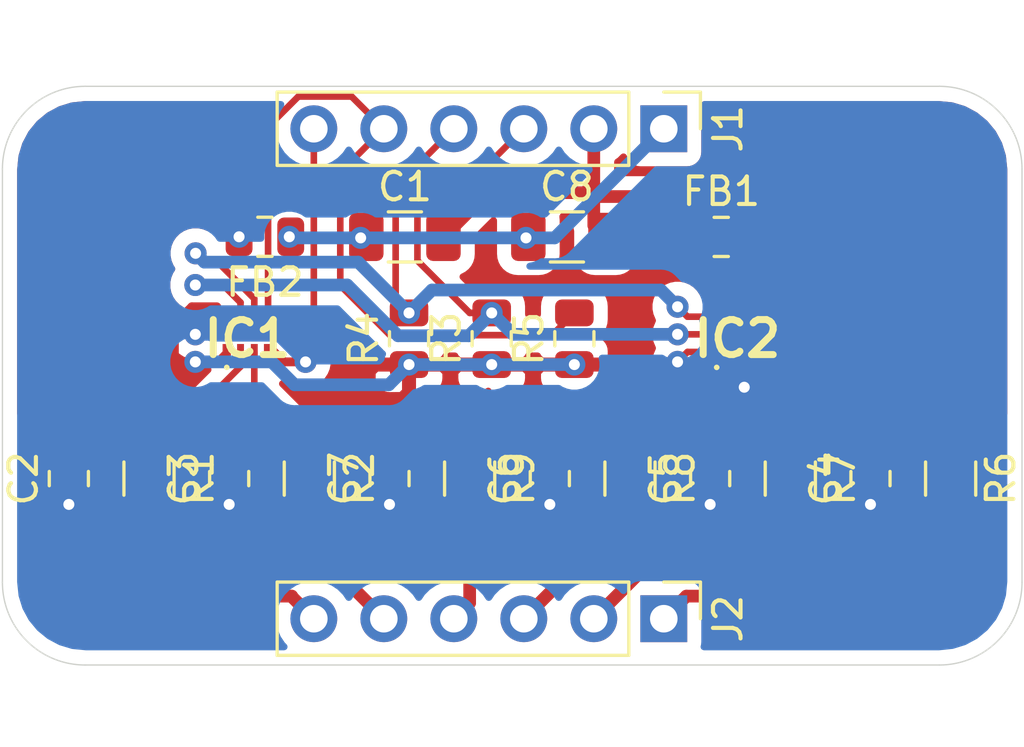
<source format=kicad_pcb>
(kicad_pcb (version 20171130) (host pcbnew 5.1.6)

  (general
    (thickness 1.6)
    (drawings 9)
    (tracks 182)
    (zones 0)
    (modules 23)
    (nets 22)
  )

  (page A4)
  (layers
    (0 F.Cu signal)
    (31 B.Cu signal)
    (32 B.Adhes user)
    (33 F.Adhes user)
    (34 B.Paste user)
    (35 F.Paste user)
    (36 B.SilkS user)
    (37 F.SilkS user)
    (38 B.Mask user)
    (39 F.Mask user)
    (40 Dwgs.User user hide)
    (41 Cmts.User user)
    (42 Eco1.User user)
    (43 Eco2.User user)
    (44 Edge.Cuts user)
    (45 Margin user)
    (46 B.CrtYd user)
    (47 F.CrtYd user)
    (48 B.Fab user)
    (49 F.Fab user)
  )

  (setup
    (last_trace_width 0.46)
    (user_trace_width 0.16)
    (user_trace_width 0.24)
    (user_trace_width 0.32)
    (user_trace_width 0.38)
    (user_trace_width 0.46)
    (trace_clearance 0.2)
    (zone_clearance 0.508)
    (zone_45_only no)
    (trace_min 0.16)
    (via_size 0.8)
    (via_drill 0.4)
    (via_min_size 0.4)
    (via_min_drill 0.3)
    (uvia_size 0.3)
    (uvia_drill 0.1)
    (uvias_allowed no)
    (uvia_min_size 0.2)
    (uvia_min_drill 0.1)
    (edge_width 0.05)
    (segment_width 0.2)
    (pcb_text_width 0.3)
    (pcb_text_size 1.5 1.5)
    (mod_edge_width 0.12)
    (mod_text_size 1 1)
    (mod_text_width 0.15)
    (pad_size 1.524 1.524)
    (pad_drill 0.762)
    (pad_to_mask_clearance 0.05)
    (aux_axis_origin 0 0)
    (visible_elements FFFFFF7F)
    (pcbplotparams
      (layerselection 0x010fc_ffffffff)
      (usegerberextensions false)
      (usegerberattributes true)
      (usegerberadvancedattributes true)
      (creategerberjobfile true)
      (excludeedgelayer true)
      (linewidth 0.100000)
      (plotframeref false)
      (viasonmask false)
      (mode 1)
      (useauxorigin false)
      (hpglpennumber 1)
      (hpglpenspeed 20)
      (hpglpendiameter 15.000000)
      (psnegative false)
      (psa4output false)
      (plotreference true)
      (plotvalue true)
      (plotinvisibletext false)
      (padsonsilk false)
      (subtractmaskfromsilk false)
      (outputformat 1)
      (mirror false)
      (drillshape 0)
      (scaleselection 1)
      (outputdirectory "proto_boards_gerber_v1/"))
  )

  (net 0 "")
  (net 1 +3V3)
  (net 2 GNDS)
  (net 3 "Net-(C2-Pad2)")
  (net 4 GND)
  (net 5 "Net-(C3-Pad2)")
  (net 6 "Net-(C4-Pad2)")
  (net 7 "Net-(C5-Pad2)")
  (net 8 "Net-(C6-Pad2)")
  (net 9 "Net-(C7-Pad2)")
  (net 10 VDD)
  (net 11 "Net-(IC1-Pad5)")
  (net 12 "Net-(IC1-Pad6)")
  (net 13 "Net-(IC2-Pad2)")
  (net 14 "Net-(J2-Pad6)")
  (net 15 "Net-(J2-Pad5)")
  (net 16 "Net-(J2-Pad4)")
  (net 17 "Net-(J2-Pad3)")
  (net 18 "Net-(J2-Pad2)")
  (net 19 "Net-(J2-Pad1)")
  (net 20 /SDA)
  (net 21 /SCL)

  (net_class Default "This is the default net class."
    (clearance 0.2)
    (trace_width 0.16)
    (via_dia 0.8)
    (via_drill 0.4)
    (uvia_dia 0.3)
    (uvia_drill 0.1)
    (add_net +3V3)
    (add_net /SCL)
    (add_net /SDA)
    (add_net GND)
    (add_net GNDS)
    (add_net "Net-(C2-Pad2)")
    (add_net "Net-(C3-Pad2)")
    (add_net "Net-(C4-Pad2)")
    (add_net "Net-(C5-Pad2)")
    (add_net "Net-(C6-Pad2)")
    (add_net "Net-(C7-Pad2)")
    (add_net "Net-(IC1-Pad5)")
    (add_net "Net-(IC1-Pad6)")
    (add_net "Net-(IC2-Pad2)")
    (add_net "Net-(J2-Pad1)")
    (add_net "Net-(J2-Pad2)")
    (add_net "Net-(J2-Pad3)")
    (add_net "Net-(J2-Pad4)")
    (add_net "Net-(J2-Pad5)")
    (add_net "Net-(J2-Pad6)")
    (add_net VDD)
  )

  (module Resistor_SMD:R_1206_3216Metric (layer F.Cu) (tedit 5B301BBD) (tstamp 5F0ABDAE)
    (at 165.54545 81.275 270)
    (descr "Resistor SMD 1206 (3216 Metric), square (rectangular) end terminal, IPC_7351 nominal, (Body size source: http://www.tortai-tech.com/upload/download/2011102023233369053.pdf), generated with kicad-footprint-generator")
    (tags resistor)
    (path /5F0D1B20)
    (attr smd)
    (fp_text reference R9 (at 0 -1.82 90) (layer F.SilkS)
      (effects (font (size 1 1) (thickness 0.15)))
    )
    (fp_text value 100 (at 0 1.82 90) (layer F.Fab)
      (effects (font (size 1 1) (thickness 0.15)))
    )
    (fp_text user %R (at 0 0 90) (layer F.Fab)
      (effects (font (size 0.8 0.8) (thickness 0.12)))
    )
    (fp_line (start -1.6 0.8) (end -1.6 -0.8) (layer F.Fab) (width 0.1))
    (fp_line (start -1.6 -0.8) (end 1.6 -0.8) (layer F.Fab) (width 0.1))
    (fp_line (start 1.6 -0.8) (end 1.6 0.8) (layer F.Fab) (width 0.1))
    (fp_line (start 1.6 0.8) (end -1.6 0.8) (layer F.Fab) (width 0.1))
    (fp_line (start -0.602064 -0.91) (end 0.602064 -0.91) (layer F.SilkS) (width 0.12))
    (fp_line (start -0.602064 0.91) (end 0.602064 0.91) (layer F.SilkS) (width 0.12))
    (fp_line (start -2.28 1.12) (end -2.28 -1.12) (layer F.CrtYd) (width 0.05))
    (fp_line (start -2.28 -1.12) (end 2.28 -1.12) (layer F.CrtYd) (width 0.05))
    (fp_line (start 2.28 -1.12) (end 2.28 1.12) (layer F.CrtYd) (width 0.05))
    (fp_line (start 2.28 1.12) (end -2.28 1.12) (layer F.CrtYd) (width 0.05))
    (pad 2 smd roundrect (at 1.4 0 270) (size 1.25 1.75) (layers F.Cu F.Paste F.Mask) (roundrect_rratio 0.2)
      (net 16 "Net-(J2-Pad4)"))
    (pad 1 smd roundrect (at -1.4 0 270) (size 1.25 1.75) (layers F.Cu F.Paste F.Mask) (roundrect_rratio 0.2)
      (net 9 "Net-(C7-Pad2)"))
    (model ${KISYS3DMOD}/Resistor_SMD.3dshapes/R_1206_3216Metric.wrl
      (at (xyz 0 0 0))
      (scale (xyz 1 1 1))
      (rotate (xyz 0 0 0))
    )
  )

  (module Resistor_SMD:R_1206_3216Metric (layer F.Cu) (tedit 5B301BBD) (tstamp 5F0AC012)
    (at 171.36363 81.275 270)
    (descr "Resistor SMD 1206 (3216 Metric), square (rectangular) end terminal, IPC_7351 nominal, (Body size source: http://www.tortai-tech.com/upload/download/2011102023233369053.pdf), generated with kicad-footprint-generator")
    (tags resistor)
    (path /5F0D1601)
    (attr smd)
    (fp_text reference R8 (at 0 -1.82 90) (layer F.SilkS)
      (effects (font (size 1 1) (thickness 0.15)))
    )
    (fp_text value 100 (at 0 1.82 90) (layer F.Fab)
      (effects (font (size 1 1) (thickness 0.15)))
    )
    (fp_text user %R (at 0 0 90) (layer F.Fab)
      (effects (font (size 0.8 0.8) (thickness 0.12)))
    )
    (fp_line (start -1.6 0.8) (end -1.6 -0.8) (layer F.Fab) (width 0.1))
    (fp_line (start -1.6 -0.8) (end 1.6 -0.8) (layer F.Fab) (width 0.1))
    (fp_line (start 1.6 -0.8) (end 1.6 0.8) (layer F.Fab) (width 0.1))
    (fp_line (start 1.6 0.8) (end -1.6 0.8) (layer F.Fab) (width 0.1))
    (fp_line (start -0.602064 -0.91) (end 0.602064 -0.91) (layer F.SilkS) (width 0.12))
    (fp_line (start -0.602064 0.91) (end 0.602064 0.91) (layer F.SilkS) (width 0.12))
    (fp_line (start -2.28 1.12) (end -2.28 -1.12) (layer F.CrtYd) (width 0.05))
    (fp_line (start -2.28 -1.12) (end 2.28 -1.12) (layer F.CrtYd) (width 0.05))
    (fp_line (start 2.28 -1.12) (end 2.28 1.12) (layer F.CrtYd) (width 0.05))
    (fp_line (start 2.28 1.12) (end -2.28 1.12) (layer F.CrtYd) (width 0.05))
    (pad 2 smd roundrect (at 1.4 0 270) (size 1.25 1.75) (layers F.Cu F.Paste F.Mask) (roundrect_rratio 0.2)
      (net 17 "Net-(J2-Pad3)"))
    (pad 1 smd roundrect (at -1.4 0 270) (size 1.25 1.75) (layers F.Cu F.Paste F.Mask) (roundrect_rratio 0.2)
      (net 8 "Net-(C6-Pad2)"))
    (model ${KISYS3DMOD}/Resistor_SMD.3dshapes/R_1206_3216Metric.wrl
      (at (xyz 0 0 0))
      (scale (xyz 1 1 1))
      (rotate (xyz 0 0 0))
    )
  )

  (module Resistor_SMD:R_1206_3216Metric (layer F.Cu) (tedit 5B301BBD) (tstamp 5F0AC132)
    (at 177.18181 81.275 270)
    (descr "Resistor SMD 1206 (3216 Metric), square (rectangular) end terminal, IPC_7351 nominal, (Body size source: http://www.tortai-tech.com/upload/download/2011102023233369053.pdf), generated with kicad-footprint-generator")
    (tags resistor)
    (path /5F0D11E9)
    (attr smd)
    (fp_text reference R7 (at 0 -1.82 90) (layer F.SilkS)
      (effects (font (size 1 1) (thickness 0.15)))
    )
    (fp_text value 100 (at 0 1.82 90) (layer F.Fab)
      (effects (font (size 1 1) (thickness 0.15)))
    )
    (fp_text user %R (at 0 0 90) (layer F.Fab)
      (effects (font (size 0.8 0.8) (thickness 0.12)))
    )
    (fp_line (start -1.6 0.8) (end -1.6 -0.8) (layer F.Fab) (width 0.1))
    (fp_line (start -1.6 -0.8) (end 1.6 -0.8) (layer F.Fab) (width 0.1))
    (fp_line (start 1.6 -0.8) (end 1.6 0.8) (layer F.Fab) (width 0.1))
    (fp_line (start 1.6 0.8) (end -1.6 0.8) (layer F.Fab) (width 0.1))
    (fp_line (start -0.602064 -0.91) (end 0.602064 -0.91) (layer F.SilkS) (width 0.12))
    (fp_line (start -0.602064 0.91) (end 0.602064 0.91) (layer F.SilkS) (width 0.12))
    (fp_line (start -2.28 1.12) (end -2.28 -1.12) (layer F.CrtYd) (width 0.05))
    (fp_line (start -2.28 -1.12) (end 2.28 -1.12) (layer F.CrtYd) (width 0.05))
    (fp_line (start 2.28 -1.12) (end 2.28 1.12) (layer F.CrtYd) (width 0.05))
    (fp_line (start 2.28 1.12) (end -2.28 1.12) (layer F.CrtYd) (width 0.05))
    (pad 2 smd roundrect (at 1.4 0 270) (size 1.25 1.75) (layers F.Cu F.Paste F.Mask) (roundrect_rratio 0.2)
      (net 18 "Net-(J2-Pad2)"))
    (pad 1 smd roundrect (at -1.4 0 270) (size 1.25 1.75) (layers F.Cu F.Paste F.Mask) (roundrect_rratio 0.2)
      (net 7 "Net-(C5-Pad2)"))
    (model ${KISYS3DMOD}/Resistor_SMD.3dshapes/R_1206_3216Metric.wrl
      (at (xyz 0 0 0))
      (scale (xyz 1 1 1))
      (rotate (xyz 0 0 0))
    )
  )

  (module Resistor_SMD:R_1206_3216Metric (layer F.Cu) (tedit 5B301BBD) (tstamp 5F0AC102)
    (at 183 81.275 270)
    (descr "Resistor SMD 1206 (3216 Metric), square (rectangular) end terminal, IPC_7351 nominal, (Body size source: http://www.tortai-tech.com/upload/download/2011102023233369053.pdf), generated with kicad-footprint-generator")
    (tags resistor)
    (path /5F0CF76B)
    (attr smd)
    (fp_text reference R6 (at 0 -1.82 90) (layer F.SilkS)
      (effects (font (size 1 1) (thickness 0.15)))
    )
    (fp_text value 100 (at 0 1.82 90) (layer F.Fab)
      (effects (font (size 1 1) (thickness 0.15)))
    )
    (fp_text user %R (at 0 0 90) (layer F.Fab)
      (effects (font (size 0.8 0.8) (thickness 0.12)))
    )
    (fp_line (start -1.6 0.8) (end -1.6 -0.8) (layer F.Fab) (width 0.1))
    (fp_line (start -1.6 -0.8) (end 1.6 -0.8) (layer F.Fab) (width 0.1))
    (fp_line (start 1.6 -0.8) (end 1.6 0.8) (layer F.Fab) (width 0.1))
    (fp_line (start 1.6 0.8) (end -1.6 0.8) (layer F.Fab) (width 0.1))
    (fp_line (start -0.602064 -0.91) (end 0.602064 -0.91) (layer F.SilkS) (width 0.12))
    (fp_line (start -0.602064 0.91) (end 0.602064 0.91) (layer F.SilkS) (width 0.12))
    (fp_line (start -2.28 1.12) (end -2.28 -1.12) (layer F.CrtYd) (width 0.05))
    (fp_line (start -2.28 -1.12) (end 2.28 -1.12) (layer F.CrtYd) (width 0.05))
    (fp_line (start 2.28 -1.12) (end 2.28 1.12) (layer F.CrtYd) (width 0.05))
    (fp_line (start 2.28 1.12) (end -2.28 1.12) (layer F.CrtYd) (width 0.05))
    (pad 2 smd roundrect (at 1.4 0 270) (size 1.25 1.75) (layers F.Cu F.Paste F.Mask) (roundrect_rratio 0.2)
      (net 19 "Net-(J2-Pad1)"))
    (pad 1 smd roundrect (at -1.4 0 270) (size 1.25 1.75) (layers F.Cu F.Paste F.Mask) (roundrect_rratio 0.2)
      (net 6 "Net-(C4-Pad2)"))
    (model ${KISYS3DMOD}/Resistor_SMD.3dshapes/R_1206_3216Metric.wrl
      (at (xyz 0 0 0))
      (scale (xyz 1 1 1))
      (rotate (xyz 0 0 0))
    )
  )

  (module Resistor_SMD:R_0805_2012Metric (layer F.Cu) (tedit 5B36C52B) (tstamp 5F0AC1C2)
    (at 169.345 76.2 90)
    (descr "Resistor SMD 0805 (2012 Metric), square (rectangular) end terminal, IPC_7351 nominal, (Body size source: https://docs.google.com/spreadsheets/d/1BsfQQcO9C6DZCsRaXUlFlo91Tg2WpOkGARC1WS5S8t0/edit?usp=sharing), generated with kicad-footprint-generator")
    (tags resistor)
    (path /5F0A6DBC)
    (attr smd)
    (fp_text reference R5 (at 0 -1.65 90) (layer F.SilkS)
      (effects (font (size 1 1) (thickness 0.15)))
    )
    (fp_text value 4K7 (at 0 1.65 90) (layer F.Fab)
      (effects (font (size 1 1) (thickness 0.15)))
    )
    (fp_text user %R (at 0 0 90) (layer F.Fab)
      (effects (font (size 0.5 0.5) (thickness 0.08)))
    )
    (fp_line (start -1 0.6) (end -1 -0.6) (layer F.Fab) (width 0.1))
    (fp_line (start -1 -0.6) (end 1 -0.6) (layer F.Fab) (width 0.1))
    (fp_line (start 1 -0.6) (end 1 0.6) (layer F.Fab) (width 0.1))
    (fp_line (start 1 0.6) (end -1 0.6) (layer F.Fab) (width 0.1))
    (fp_line (start -0.258578 -0.71) (end 0.258578 -0.71) (layer F.SilkS) (width 0.12))
    (fp_line (start -0.258578 0.71) (end 0.258578 0.71) (layer F.SilkS) (width 0.12))
    (fp_line (start -1.68 0.95) (end -1.68 -0.95) (layer F.CrtYd) (width 0.05))
    (fp_line (start -1.68 -0.95) (end 1.68 -0.95) (layer F.CrtYd) (width 0.05))
    (fp_line (start 1.68 -0.95) (end 1.68 0.95) (layer F.CrtYd) (width 0.05))
    (fp_line (start 1.68 0.95) (end -1.68 0.95) (layer F.CrtYd) (width 0.05))
    (pad 2 smd roundrect (at 0.9375 0 90) (size 0.975 1.4) (layers F.Cu F.Paste F.Mask) (roundrect_rratio 0.25)
      (net 12 "Net-(IC1-Pad6)"))
    (pad 1 smd roundrect (at -0.9375 0 90) (size 0.975 1.4) (layers F.Cu F.Paste F.Mask) (roundrect_rratio 0.25)
      (net 10 VDD))
    (model ${KISYS3DMOD}/Resistor_SMD.3dshapes/R_0805_2012Metric.wrl
      (at (xyz 0 0 0))
      (scale (xyz 1 1 1))
      (rotate (xyz 0 0 0))
    )
  )

  (module Resistor_SMD:R_0805_2012Metric (layer F.Cu) (tedit 5B36C52B) (tstamp 5F0ABEBC)
    (at 163.345 76.2 90)
    (descr "Resistor SMD 0805 (2012 Metric), square (rectangular) end terminal, IPC_7351 nominal, (Body size source: https://docs.google.com/spreadsheets/d/1BsfQQcO9C6DZCsRaXUlFlo91Tg2WpOkGARC1WS5S8t0/edit?usp=sharing), generated with kicad-footprint-generator")
    (tags resistor)
    (path /5F0A7D8F)
    (attr smd)
    (fp_text reference R4 (at 0 -1.65 90) (layer F.SilkS)
      (effects (font (size 1 1) (thickness 0.15)))
    )
    (fp_text value 4K7 (at 0 1.65 90) (layer F.Fab)
      (effects (font (size 1 1) (thickness 0.15)))
    )
    (fp_text user %R (at 0 0 90) (layer F.Fab)
      (effects (font (size 0.5 0.5) (thickness 0.08)))
    )
    (fp_line (start -1 0.6) (end -1 -0.6) (layer F.Fab) (width 0.1))
    (fp_line (start -1 -0.6) (end 1 -0.6) (layer F.Fab) (width 0.1))
    (fp_line (start 1 -0.6) (end 1 0.6) (layer F.Fab) (width 0.1))
    (fp_line (start 1 0.6) (end -1 0.6) (layer F.Fab) (width 0.1))
    (fp_line (start -0.258578 -0.71) (end 0.258578 -0.71) (layer F.SilkS) (width 0.12))
    (fp_line (start -0.258578 0.71) (end 0.258578 0.71) (layer F.SilkS) (width 0.12))
    (fp_line (start -1.68 0.95) (end -1.68 -0.95) (layer F.CrtYd) (width 0.05))
    (fp_line (start -1.68 -0.95) (end 1.68 -0.95) (layer F.CrtYd) (width 0.05))
    (fp_line (start 1.68 -0.95) (end 1.68 0.95) (layer F.CrtYd) (width 0.05))
    (fp_line (start 1.68 0.95) (end -1.68 0.95) (layer F.CrtYd) (width 0.05))
    (pad 2 smd roundrect (at 0.9375 0 90) (size 0.975 1.4) (layers F.Cu F.Paste F.Mask) (roundrect_rratio 0.25)
      (net 20 /SDA))
    (pad 1 smd roundrect (at -0.9375 0 90) (size 0.975 1.4) (layers F.Cu F.Paste F.Mask) (roundrect_rratio 0.25)
      (net 10 VDD))
    (model ${KISYS3DMOD}/Resistor_SMD.3dshapes/R_0805_2012Metric.wrl
      (at (xyz 0 0 0))
      (scale (xyz 1 1 1))
      (rotate (xyz 0 0 0))
    )
  )

  (module Resistor_SMD:R_0805_2012Metric (layer F.Cu) (tedit 5B36C52B) (tstamp 5F0ABEEC)
    (at 166.345 76.2 90)
    (descr "Resistor SMD 0805 (2012 Metric), square (rectangular) end terminal, IPC_7351 nominal, (Body size source: https://docs.google.com/spreadsheets/d/1BsfQQcO9C6DZCsRaXUlFlo91Tg2WpOkGARC1WS5S8t0/edit?usp=sharing), generated with kicad-footprint-generator")
    (tags resistor)
    (path /5F0A7FC4)
    (attr smd)
    (fp_text reference R3 (at 0 -1.65 90) (layer F.SilkS)
      (effects (font (size 1 1) (thickness 0.15)))
    )
    (fp_text value 4K7 (at 0 1.65 90) (layer F.Fab)
      (effects (font (size 1 1) (thickness 0.15)))
    )
    (fp_text user %R (at 0 0 90) (layer F.Fab)
      (effects (font (size 0.5 0.5) (thickness 0.08)))
    )
    (fp_line (start -1 0.6) (end -1 -0.6) (layer F.Fab) (width 0.1))
    (fp_line (start -1 -0.6) (end 1 -0.6) (layer F.Fab) (width 0.1))
    (fp_line (start 1 -0.6) (end 1 0.6) (layer F.Fab) (width 0.1))
    (fp_line (start 1 0.6) (end -1 0.6) (layer F.Fab) (width 0.1))
    (fp_line (start -0.258578 -0.71) (end 0.258578 -0.71) (layer F.SilkS) (width 0.12))
    (fp_line (start -0.258578 0.71) (end 0.258578 0.71) (layer F.SilkS) (width 0.12))
    (fp_line (start -1.68 0.95) (end -1.68 -0.95) (layer F.CrtYd) (width 0.05))
    (fp_line (start -1.68 -0.95) (end 1.68 -0.95) (layer F.CrtYd) (width 0.05))
    (fp_line (start 1.68 -0.95) (end 1.68 0.95) (layer F.CrtYd) (width 0.05))
    (fp_line (start 1.68 0.95) (end -1.68 0.95) (layer F.CrtYd) (width 0.05))
    (pad 2 smd roundrect (at 0.9375 0 90) (size 0.975 1.4) (layers F.Cu F.Paste F.Mask) (roundrect_rratio 0.25)
      (net 21 /SCL))
    (pad 1 smd roundrect (at -0.9375 0 90) (size 0.975 1.4) (layers F.Cu F.Paste F.Mask) (roundrect_rratio 0.25)
      (net 10 VDD))
    (model ${KISYS3DMOD}/Resistor_SMD.3dshapes/R_0805_2012Metric.wrl
      (at (xyz 0 0 0))
      (scale (xyz 1 1 1))
      (rotate (xyz 0 0 0))
    )
  )

  (module Resistor_SMD:R_1206_3216Metric (layer F.Cu) (tedit 5B301BBD) (tstamp 5F0AC0D2)
    (at 159.72727 81.275 270)
    (descr "Resistor SMD 1206 (3216 Metric), square (rectangular) end terminal, IPC_7351 nominal, (Body size source: http://www.tortai-tech.com/upload/download/2011102023233369053.pdf), generated with kicad-footprint-generator")
    (tags resistor)
    (path /5F0F21BA)
    (attr smd)
    (fp_text reference R2 (at 0 -1.82 90) (layer F.SilkS)
      (effects (font (size 1 1) (thickness 0.15)))
    )
    (fp_text value 100 (at 0 1.82 90) (layer F.Fab)
      (effects (font (size 1 1) (thickness 0.15)))
    )
    (fp_text user %R (at 0 0 90) (layer F.Fab)
      (effects (font (size 0.8 0.8) (thickness 0.12)))
    )
    (fp_line (start -1.6 0.8) (end -1.6 -0.8) (layer F.Fab) (width 0.1))
    (fp_line (start -1.6 -0.8) (end 1.6 -0.8) (layer F.Fab) (width 0.1))
    (fp_line (start 1.6 -0.8) (end 1.6 0.8) (layer F.Fab) (width 0.1))
    (fp_line (start 1.6 0.8) (end -1.6 0.8) (layer F.Fab) (width 0.1))
    (fp_line (start -0.602064 -0.91) (end 0.602064 -0.91) (layer F.SilkS) (width 0.12))
    (fp_line (start -0.602064 0.91) (end 0.602064 0.91) (layer F.SilkS) (width 0.12))
    (fp_line (start -2.28 1.12) (end -2.28 -1.12) (layer F.CrtYd) (width 0.05))
    (fp_line (start -2.28 -1.12) (end 2.28 -1.12) (layer F.CrtYd) (width 0.05))
    (fp_line (start 2.28 -1.12) (end 2.28 1.12) (layer F.CrtYd) (width 0.05))
    (fp_line (start 2.28 1.12) (end -2.28 1.12) (layer F.CrtYd) (width 0.05))
    (pad 2 smd roundrect (at 1.4 0 270) (size 1.25 1.75) (layers F.Cu F.Paste F.Mask) (roundrect_rratio 0.2)
      (net 15 "Net-(J2-Pad5)"))
    (pad 1 smd roundrect (at -1.4 0 270) (size 1.25 1.75) (layers F.Cu F.Paste F.Mask) (roundrect_rratio 0.2)
      (net 5 "Net-(C3-Pad2)"))
    (model ${KISYS3DMOD}/Resistor_SMD.3dshapes/R_1206_3216Metric.wrl
      (at (xyz 0 0 0))
      (scale (xyz 1 1 1))
      (rotate (xyz 0 0 0))
    )
  )

  (module Resistor_SMD:R_1206_3216Metric (layer F.Cu) (tedit 5B301BBD) (tstamp 5F0ABD7E)
    (at 153.90909 81.275 270)
    (descr "Resistor SMD 1206 (3216 Metric), square (rectangular) end terminal, IPC_7351 nominal, (Body size source: http://www.tortai-tech.com/upload/download/2011102023233369053.pdf), generated with kicad-footprint-generator")
    (tags resistor)
    (path /5F0F21C0)
    (attr smd)
    (fp_text reference R1 (at 0 -1.82 90) (layer F.SilkS)
      (effects (font (size 1 1) (thickness 0.15)))
    )
    (fp_text value 100 (at 0 1.82 90) (layer F.Fab)
      (effects (font (size 1 1) (thickness 0.15)))
    )
    (fp_text user %R (at 0 0 90) (layer F.Fab)
      (effects (font (size 0.8 0.8) (thickness 0.12)))
    )
    (fp_line (start -1.6 0.8) (end -1.6 -0.8) (layer F.Fab) (width 0.1))
    (fp_line (start -1.6 -0.8) (end 1.6 -0.8) (layer F.Fab) (width 0.1))
    (fp_line (start 1.6 -0.8) (end 1.6 0.8) (layer F.Fab) (width 0.1))
    (fp_line (start 1.6 0.8) (end -1.6 0.8) (layer F.Fab) (width 0.1))
    (fp_line (start -0.602064 -0.91) (end 0.602064 -0.91) (layer F.SilkS) (width 0.12))
    (fp_line (start -0.602064 0.91) (end 0.602064 0.91) (layer F.SilkS) (width 0.12))
    (fp_line (start -2.28 1.12) (end -2.28 -1.12) (layer F.CrtYd) (width 0.05))
    (fp_line (start -2.28 -1.12) (end 2.28 -1.12) (layer F.CrtYd) (width 0.05))
    (fp_line (start 2.28 -1.12) (end 2.28 1.12) (layer F.CrtYd) (width 0.05))
    (fp_line (start 2.28 1.12) (end -2.28 1.12) (layer F.CrtYd) (width 0.05))
    (pad 2 smd roundrect (at 1.4 0 270) (size 1.25 1.75) (layers F.Cu F.Paste F.Mask) (roundrect_rratio 0.2)
      (net 14 "Net-(J2-Pad6)"))
    (pad 1 smd roundrect (at -1.4 0 270) (size 1.25 1.75) (layers F.Cu F.Paste F.Mask) (roundrect_rratio 0.2)
      (net 3 "Net-(C2-Pad2)"))
    (model ${KISYS3DMOD}/Resistor_SMD.3dshapes/R_1206_3216Metric.wrl
      (at (xyz 0 0 0))
      (scale (xyz 1 1 1))
      (rotate (xyz 0 0 0))
    )
  )

  (module Connector_PinHeader_2.54mm:PinHeader_1x06_P2.54mm_Vertical (layer F.Cu) (tedit 59FED5CC) (tstamp 5F0ABF25)
    (at 172.59 86.36 270)
    (descr "Through hole straight pin header, 1x06, 2.54mm pitch, single row")
    (tags "Through hole pin header THT 1x06 2.54mm single row")
    (path /5F0FDD09)
    (fp_text reference J2 (at 0 -2.33 90) (layer F.SilkS)
      (effects (font (size 1 1) (thickness 0.15)))
    )
    (fp_text value Conn_01x06 (at 0 15.03 90) (layer F.Fab)
      (effects (font (size 1 1) (thickness 0.15)))
    )
    (fp_text user %R (at 0 6.35) (layer F.Fab)
      (effects (font (size 1 1) (thickness 0.15)))
    )
    (fp_line (start -0.635 -1.27) (end 1.27 -1.27) (layer F.Fab) (width 0.1))
    (fp_line (start 1.27 -1.27) (end 1.27 13.97) (layer F.Fab) (width 0.1))
    (fp_line (start 1.27 13.97) (end -1.27 13.97) (layer F.Fab) (width 0.1))
    (fp_line (start -1.27 13.97) (end -1.27 -0.635) (layer F.Fab) (width 0.1))
    (fp_line (start -1.27 -0.635) (end -0.635 -1.27) (layer F.Fab) (width 0.1))
    (fp_line (start -1.33 14.03) (end 1.33 14.03) (layer F.SilkS) (width 0.12))
    (fp_line (start -1.33 1.27) (end -1.33 14.03) (layer F.SilkS) (width 0.12))
    (fp_line (start 1.33 1.27) (end 1.33 14.03) (layer F.SilkS) (width 0.12))
    (fp_line (start -1.33 1.27) (end 1.33 1.27) (layer F.SilkS) (width 0.12))
    (fp_line (start -1.33 0) (end -1.33 -1.33) (layer F.SilkS) (width 0.12))
    (fp_line (start -1.33 -1.33) (end 0 -1.33) (layer F.SilkS) (width 0.12))
    (fp_line (start -1.8 -1.8) (end -1.8 14.5) (layer F.CrtYd) (width 0.05))
    (fp_line (start -1.8 14.5) (end 1.8 14.5) (layer F.CrtYd) (width 0.05))
    (fp_line (start 1.8 14.5) (end 1.8 -1.8) (layer F.CrtYd) (width 0.05))
    (fp_line (start 1.8 -1.8) (end -1.8 -1.8) (layer F.CrtYd) (width 0.05))
    (pad 6 thru_hole oval (at 0 12.7 270) (size 1.7 1.7) (drill 1) (layers *.Cu *.Mask)
      (net 14 "Net-(J2-Pad6)"))
    (pad 5 thru_hole oval (at 0 10.16 270) (size 1.7 1.7) (drill 1) (layers *.Cu *.Mask)
      (net 15 "Net-(J2-Pad5)"))
    (pad 4 thru_hole oval (at 0 7.62 270) (size 1.7 1.7) (drill 1) (layers *.Cu *.Mask)
      (net 16 "Net-(J2-Pad4)"))
    (pad 3 thru_hole oval (at 0 5.08 270) (size 1.7 1.7) (drill 1) (layers *.Cu *.Mask)
      (net 17 "Net-(J2-Pad3)"))
    (pad 2 thru_hole oval (at 0 2.54 270) (size 1.7 1.7) (drill 1) (layers *.Cu *.Mask)
      (net 18 "Net-(J2-Pad2)"))
    (pad 1 thru_hole rect (at 0 0 270) (size 1.7 1.7) (drill 1) (layers *.Cu *.Mask)
      (net 19 "Net-(J2-Pad1)"))
    (model ${KISYS3DMOD}/Connector_PinHeader_2.54mm.3dshapes/PinHeader_1x06_P2.54mm_Vertical.wrl
      (at (xyz 0 0 0))
      (scale (xyz 1 1 1))
      (rotate (xyz 0 0 0))
    )
  )

  (module Connector_PinHeader_2.54mm:PinHeader_1x06_P2.54mm_Vertical (layer F.Cu) (tedit 59FED5CC) (tstamp 5F0ABFD0)
    (at 172.59 68.58 270)
    (descr "Through hole straight pin header, 1x06, 2.54mm pitch, single row")
    (tags "Through hole pin header THT 1x06 2.54mm single row")
    (path /5F0FD343)
    (fp_text reference J1 (at 0 -2.33 90) (layer F.SilkS)
      (effects (font (size 1 1) (thickness 0.15)))
    )
    (fp_text value Conn_01x06 (at 0 15.03 90) (layer F.Fab)
      (effects (font (size 1 1) (thickness 0.15)))
    )
    (fp_text user %R (at 0 6.35) (layer F.Fab)
      (effects (font (size 1 1) (thickness 0.15)))
    )
    (fp_line (start -0.635 -1.27) (end 1.27 -1.27) (layer F.Fab) (width 0.1))
    (fp_line (start 1.27 -1.27) (end 1.27 13.97) (layer F.Fab) (width 0.1))
    (fp_line (start 1.27 13.97) (end -1.27 13.97) (layer F.Fab) (width 0.1))
    (fp_line (start -1.27 13.97) (end -1.27 -0.635) (layer F.Fab) (width 0.1))
    (fp_line (start -1.27 -0.635) (end -0.635 -1.27) (layer F.Fab) (width 0.1))
    (fp_line (start -1.33 14.03) (end 1.33 14.03) (layer F.SilkS) (width 0.12))
    (fp_line (start -1.33 1.27) (end -1.33 14.03) (layer F.SilkS) (width 0.12))
    (fp_line (start 1.33 1.27) (end 1.33 14.03) (layer F.SilkS) (width 0.12))
    (fp_line (start -1.33 1.27) (end 1.33 1.27) (layer F.SilkS) (width 0.12))
    (fp_line (start -1.33 0) (end -1.33 -1.33) (layer F.SilkS) (width 0.12))
    (fp_line (start -1.33 -1.33) (end 0 -1.33) (layer F.SilkS) (width 0.12))
    (fp_line (start -1.8 -1.8) (end -1.8 14.5) (layer F.CrtYd) (width 0.05))
    (fp_line (start -1.8 14.5) (end 1.8 14.5) (layer F.CrtYd) (width 0.05))
    (fp_line (start 1.8 14.5) (end 1.8 -1.8) (layer F.CrtYd) (width 0.05))
    (fp_line (start 1.8 -1.8) (end -1.8 -1.8) (layer F.CrtYd) (width 0.05))
    (pad 6 thru_hole oval (at 0 12.7 270) (size 1.7 1.7) (drill 1) (layers *.Cu *.Mask)
      (net 11 "Net-(IC1-Pad5)"))
    (pad 5 thru_hole oval (at 0 10.16 270) (size 1.7 1.7) (drill 1) (layers *.Cu *.Mask)
      (net 12 "Net-(IC1-Pad6)"))
    (pad 4 thru_hole oval (at 0 7.62 270) (size 1.7 1.7) (drill 1) (layers *.Cu *.Mask)
      (net 20 /SDA))
    (pad 3 thru_hole oval (at 0 5.08 270) (size 1.7 1.7) (drill 1) (layers *.Cu *.Mask)
      (net 21 /SCL))
    (pad 2 thru_hole oval (at 0 2.54 270) (size 1.7 1.7) (drill 1) (layers *.Cu *.Mask)
      (net 1 +3V3))
    (pad 1 thru_hole rect (at 0 0 270) (size 1.7 1.7) (drill 1) (layers *.Cu *.Mask)
      (net 2 GNDS))
    (model ${KISYS3DMOD}/Connector_PinHeader_2.54mm.3dshapes/PinHeader_1x06_P2.54mm_Vertical.wrl
      (at (xyz 0 0 0))
      (scale (xyz 1 1 1))
      (rotate (xyz 0 0 0))
    )
  )

  (module Parts:ADS1018IRUGT (layer F.Cu) (tedit 5F0A295B) (tstamp 5F0ABE78)
    (at 175.26 76.04)
    (descr "RUG (R-PQFP-N10)-FFW")
    (tags "Integrated Circuit")
    (path /5F0A313C)
    (attr smd)
    (fp_text reference IC2 (at 0 0.16) (layer F.SilkS)
      (effects (font (size 1.27 1.27) (thickness 0.254)))
    )
    (fp_text value TLA2024IRUGT (at 0 0.16) (layer F.SilkS) hide
      (effects (font (size 1.27 1.27) (thickness 0.254)))
    )
    (fp_line (start -1 -0.75) (end 1 -0.75) (layer F.Fab) (width 0.2))
    (fp_line (start 1 -0.75) (end 1 0.75) (layer F.Fab) (width 0.2))
    (fp_line (start 1 0.75) (end -1 0.75) (layer F.Fab) (width 0.2))
    (fp_line (start -1 0.75) (end -1 -0.75) (layer F.Fab) (width 0.2))
    (fp_line (start -1.775 -1.53) (end 1.775 -1.53) (layer F.CrtYd) (width 0.1))
    (fp_line (start 1.775 -1.53) (end 1.775 1.85) (layer F.CrtYd) (width 0.1))
    (fp_line (start 1.775 1.85) (end -1.775 1.85) (layer F.CrtYd) (width 0.1))
    (fp_line (start -1.775 1.85) (end -1.775 -1.53) (layer F.CrtYd) (width 0.1))
    (fp_line (start -0.8 1.2) (end -0.8 1.2) (layer F.SilkS) (width 0.1))
    (fp_line (start -0.7 1.2) (end -0.7 1.2) (layer F.SilkS) (width 0.1))
    (fp_arc (start -0.75 1.2) (end -0.7 1.2) (angle 180) (layer F.SilkS) (width 0.1))
    (fp_arc (start -0.75 1.2) (end -0.8 1.2) (angle 180) (layer F.SilkS) (width 0.1))
    (fp_text user %R (at 0 0.16) (layer F.Fab)
      (effects (font (size 1.27 1.27) (thickness 0.254)))
    )
    (pad 10 smd rect (at -0.86 0 90) (size 0.35 0.63) (layers F.Cu F.Paste F.Mask)
      (net 21 /SCL))
    (pad 9 smd rect (at -0.75 -0.64) (size 0.3 0.58) (layers F.Cu F.Paste F.Mask)
      (net 20 /SDA))
    (pad 8 smd rect (at -0.25 -0.64) (size 0.25 0.58) (layers F.Cu F.Paste F.Mask)
      (net 10 VDD))
    (pad 7 smd rect (at 0.25 -0.64) (size 0.25 0.58) (layers F.Cu F.Paste F.Mask)
      (net 6 "Net-(C4-Pad2)"))
    (pad 6 smd rect (at 0.75 -0.64) (size 0.3 0.58) (layers F.Cu F.Paste F.Mask)
      (net 7 "Net-(C5-Pad2)"))
    (pad 5 smd rect (at 0.86 0 90) (size 0.35 0.63) (layers F.Cu F.Paste F.Mask)
      (net 8 "Net-(C6-Pad2)"))
    (pad 4 smd rect (at 0.75 0.64) (size 0.3 0.58) (layers F.Cu F.Paste F.Mask)
      (net 9 "Net-(C7-Pad2)"))
    (pad 3 smd rect (at 0.25 0.64) (size 0.25 0.58) (layers F.Cu F.Paste F.Mask)
      (net 4 GND))
    (pad 2 smd rect (at -0.25 0.64) (size 0.25 0.58) (layers F.Cu F.Paste F.Mask)
      (net 13 "Net-(IC2-Pad2)"))
    (pad 1 smd rect (at -0.75 0.64) (size 0.3 0.58) (layers F.Cu F.Paste F.Mask)
      (net 4 GND))
    (model ADS7142IRUGR.stp
      (at (xyz 0 0 0))
      (scale (xyz 1 1 1))
      (rotate (xyz 0 0 0))
    )
    (model /home/shav/repos/github.com/aynurin/kicad-libs/3d/ADS7142IRUGR.stp
      (at (xyz 0 0 0))
      (scale (xyz 1 1 1))
      (rotate (xyz 0 0 0))
    )
  )

  (module Parts:ADS1018IRUGT (layer F.Cu) (tedit 5F0A295B) (tstamp 5F0AC1FC)
    (at 157.48 76.04)
    (descr "RUG (R-PQFP-N10)-FFW")
    (tags "Integrated Circuit")
    (path /5F0A2C13)
    (attr smd)
    (fp_text reference IC1 (at 0 0.16) (layer F.SilkS)
      (effects (font (size 1.27 1.27) (thickness 0.254)))
    )
    (fp_text value ADS7142IRUGR (at 0 0.16) (layer F.SilkS) hide
      (effects (font (size 1.27 1.27) (thickness 0.254)))
    )
    (fp_text user %R (at 0 0.16) (layer F.Fab)
      (effects (font (size 1.27 1.27) (thickness 0.254)))
    )
    (fp_arc (start -0.75 1.2) (end -0.8 1.2) (angle 180) (layer F.SilkS) (width 0.1))
    (fp_arc (start -0.75 1.2) (end -0.7 1.2) (angle 180) (layer F.SilkS) (width 0.1))
    (fp_line (start -0.7 1.2) (end -0.7 1.2) (layer F.SilkS) (width 0.1))
    (fp_line (start -0.8 1.2) (end -0.8 1.2) (layer F.SilkS) (width 0.1))
    (fp_line (start -1.775 1.85) (end -1.775 -1.53) (layer F.CrtYd) (width 0.1))
    (fp_line (start 1.775 1.85) (end -1.775 1.85) (layer F.CrtYd) (width 0.1))
    (fp_line (start 1.775 -1.53) (end 1.775 1.85) (layer F.CrtYd) (width 0.1))
    (fp_line (start -1.775 -1.53) (end 1.775 -1.53) (layer F.CrtYd) (width 0.1))
    (fp_line (start -1 0.75) (end -1 -0.75) (layer F.Fab) (width 0.2))
    (fp_line (start 1 0.75) (end -1 0.75) (layer F.Fab) (width 0.2))
    (fp_line (start 1 -0.75) (end 1 0.75) (layer F.Fab) (width 0.2))
    (fp_line (start -1 -0.75) (end 1 -0.75) (layer F.Fab) (width 0.2))
    (pad 1 smd rect (at -0.75 0.64) (size 0.3 0.58) (layers F.Cu F.Paste F.Mask)
      (net 10 VDD))
    (pad 2 smd rect (at -0.25 0.64) (size 0.25 0.58) (layers F.Cu F.Paste F.Mask)
      (net 3 "Net-(C2-Pad2)"))
    (pad 3 smd rect (at 0.25 0.64) (size 0.25 0.58) (layers F.Cu F.Paste F.Mask)
      (net 5 "Net-(C3-Pad2)"))
    (pad 4 smd rect (at 0.75 0.64) (size 0.3 0.58) (layers F.Cu F.Paste F.Mask)
      (net 4 GND))
    (pad 5 smd rect (at 0.86 0 90) (size 0.35 0.63) (layers F.Cu F.Paste F.Mask)
      (net 11 "Net-(IC1-Pad5)"))
    (pad 6 smd rect (at 0.75 -0.64) (size 0.3 0.58) (layers F.Cu F.Paste F.Mask)
      (net 12 "Net-(IC1-Pad6)"))
    (pad 7 smd rect (at 0.25 -0.64) (size 0.25 0.58) (layers F.Cu F.Paste F.Mask)
      (net 20 /SDA))
    (pad 8 smd rect (at -0.25 -0.64) (size 0.25 0.58) (layers F.Cu F.Paste F.Mask)
      (net 21 /SCL))
    (pad 9 smd rect (at -0.75 -0.64) (size 0.3 0.58) (layers F.Cu F.Paste F.Mask)
      (net 10 VDD))
    (pad 10 smd rect (at -0.86 0 90) (size 0.35 0.63) (layers F.Cu F.Paste F.Mask)
      (net 4 GND))
    (model ADS7142IRUGR.stp
      (at (xyz 0 0 0))
      (scale (xyz 1 1 1))
      (rotate (xyz 0 0 0))
    )
    (model /home/shav/repos/github.com/aynurin/kicad-libs/3d/ADS7142IRUGR.stp
      (at (xyz 0 0 0))
      (scale (xyz 1 1 1))
      (rotate (xyz 0 0 0))
    )
  )

  (module Capacitor_SMD:C_0805_2012Metric (layer F.Cu) (tedit 5B36C52B) (tstamp 5F0AC072)
    (at 158.115 72.5 180)
    (descr "Capacitor SMD 0805 (2012 Metric), square (rectangular) end terminal, IPC_7351 nominal, (Body size source: https://docs.google.com/spreadsheets/d/1BsfQQcO9C6DZCsRaXUlFlo91Tg2WpOkGARC1WS5S8t0/edit?usp=sharing), generated with kicad-footprint-generator")
    (tags capacitor)
    (path /5F0B5933)
    (attr smd)
    (fp_text reference FB2 (at 0 -1.65) (layer F.SilkS)
      (effects (font (size 1 1) (thickness 0.15)))
    )
    (fp_text value Ferrite_Bead (at 0 1.65) (layer F.Fab)
      (effects (font (size 1 1) (thickness 0.15)))
    )
    (fp_text user %R (at 0 0) (layer F.Fab)
      (effects (font (size 0.5 0.5) (thickness 0.08)))
    )
    (fp_line (start -1 0.6) (end -1 -0.6) (layer F.Fab) (width 0.1))
    (fp_line (start -1 -0.6) (end 1 -0.6) (layer F.Fab) (width 0.1))
    (fp_line (start 1 -0.6) (end 1 0.6) (layer F.Fab) (width 0.1))
    (fp_line (start 1 0.6) (end -1 0.6) (layer F.Fab) (width 0.1))
    (fp_line (start -0.258578 -0.71) (end 0.258578 -0.71) (layer F.SilkS) (width 0.12))
    (fp_line (start -0.258578 0.71) (end 0.258578 0.71) (layer F.SilkS) (width 0.12))
    (fp_line (start -1.68 0.95) (end -1.68 -0.95) (layer F.CrtYd) (width 0.05))
    (fp_line (start -1.68 -0.95) (end 1.68 -0.95) (layer F.CrtYd) (width 0.05))
    (fp_line (start 1.68 -0.95) (end 1.68 0.95) (layer F.CrtYd) (width 0.05))
    (fp_line (start 1.68 0.95) (end -1.68 0.95) (layer F.CrtYd) (width 0.05))
    (pad 2 smd roundrect (at 0.9375 0 180) (size 0.975 1.4) (layers F.Cu F.Paste F.Mask) (roundrect_rratio 0.25)
      (net 4 GND))
    (pad 1 smd roundrect (at -0.9375 0 180) (size 0.975 1.4) (layers F.Cu F.Paste F.Mask) (roundrect_rratio 0.25)
      (net 2 GNDS))
    (model ${KISYS3DMOD}/Capacitor_SMD.3dshapes/C_0805_2012Metric.wrl
      (at (xyz 0 0 0))
      (scale (xyz 1 1 1))
      (rotate (xyz 0 0 0))
    )
  )

  (module Capacitor_SMD:C_0805_2012Metric (layer F.Cu) (tedit 5B36C52B) (tstamp 5F0AC192)
    (at 174.675 72.505)
    (descr "Capacitor SMD 0805 (2012 Metric), square (rectangular) end terminal, IPC_7351 nominal, (Body size source: https://docs.google.com/spreadsheets/d/1BsfQQcO9C6DZCsRaXUlFlo91Tg2WpOkGARC1WS5S8t0/edit?usp=sharing), generated with kicad-footprint-generator")
    (tags capacitor)
    (path /5F0B4F29)
    (attr smd)
    (fp_text reference FB1 (at 0 -1.65) (layer F.SilkS)
      (effects (font (size 1 1) (thickness 0.15)))
    )
    (fp_text value Ferrite_Bead (at 0 1.65) (layer F.Fab)
      (effects (font (size 1 1) (thickness 0.15)))
    )
    (fp_text user %R (at 0 0) (layer F.Fab)
      (effects (font (size 0.5 0.5) (thickness 0.08)))
    )
    (fp_line (start -1 0.6) (end -1 -0.6) (layer F.Fab) (width 0.1))
    (fp_line (start -1 -0.6) (end 1 -0.6) (layer F.Fab) (width 0.1))
    (fp_line (start 1 -0.6) (end 1 0.6) (layer F.Fab) (width 0.1))
    (fp_line (start 1 0.6) (end -1 0.6) (layer F.Fab) (width 0.1))
    (fp_line (start -0.258578 -0.71) (end 0.258578 -0.71) (layer F.SilkS) (width 0.12))
    (fp_line (start -0.258578 0.71) (end 0.258578 0.71) (layer F.SilkS) (width 0.12))
    (fp_line (start -1.68 0.95) (end -1.68 -0.95) (layer F.CrtYd) (width 0.05))
    (fp_line (start -1.68 -0.95) (end 1.68 -0.95) (layer F.CrtYd) (width 0.05))
    (fp_line (start 1.68 -0.95) (end 1.68 0.95) (layer F.CrtYd) (width 0.05))
    (fp_line (start 1.68 0.95) (end -1.68 0.95) (layer F.CrtYd) (width 0.05))
    (pad 2 smd roundrect (at 0.9375 0) (size 0.975 1.4) (layers F.Cu F.Paste F.Mask) (roundrect_rratio 0.25)
      (net 10 VDD))
    (pad 1 smd roundrect (at -0.9375 0) (size 0.975 1.4) (layers F.Cu F.Paste F.Mask) (roundrect_rratio 0.25)
      (net 1 +3V3))
    (model ${KISYS3DMOD}/Capacitor_SMD.3dshapes/C_0805_2012Metric.wrl
      (at (xyz 0 0 0))
      (scale (xyz 1 1 1))
      (rotate (xyz 0 0 0))
    )
  )

  (module Capacitor_SMD:C_1206_3216Metric (layer F.Cu) (tedit 5B301BBE) (tstamp 5F0AC162)
    (at 169.075 72.505)
    (descr "Capacitor SMD 1206 (3216 Metric), square (rectangular) end terminal, IPC_7351 nominal, (Body size source: http://www.tortai-tech.com/upload/download/2011102023233369053.pdf), generated with kicad-footprint-generator")
    (tags capacitor)
    (path /5F10E81C)
    (attr smd)
    (fp_text reference C8 (at 0 -1.82) (layer F.SilkS)
      (effects (font (size 1 1) (thickness 0.15)))
    )
    (fp_text value 4.7uF (at 0 1.82) (layer F.Fab)
      (effects (font (size 1 1) (thickness 0.15)))
    )
    (fp_text user %R (at 0 0) (layer F.Fab)
      (effects (font (size 0.8 0.8) (thickness 0.12)))
    )
    (fp_line (start -1.6 0.8) (end -1.6 -0.8) (layer F.Fab) (width 0.1))
    (fp_line (start -1.6 -0.8) (end 1.6 -0.8) (layer F.Fab) (width 0.1))
    (fp_line (start 1.6 -0.8) (end 1.6 0.8) (layer F.Fab) (width 0.1))
    (fp_line (start 1.6 0.8) (end -1.6 0.8) (layer F.Fab) (width 0.1))
    (fp_line (start -0.602064 -0.91) (end 0.602064 -0.91) (layer F.SilkS) (width 0.12))
    (fp_line (start -0.602064 0.91) (end 0.602064 0.91) (layer F.SilkS) (width 0.12))
    (fp_line (start -2.28 1.12) (end -2.28 -1.12) (layer F.CrtYd) (width 0.05))
    (fp_line (start -2.28 -1.12) (end 2.28 -1.12) (layer F.CrtYd) (width 0.05))
    (fp_line (start 2.28 -1.12) (end 2.28 1.12) (layer F.CrtYd) (width 0.05))
    (fp_line (start 2.28 1.12) (end -2.28 1.12) (layer F.CrtYd) (width 0.05))
    (pad 2 smd roundrect (at 1.4 0) (size 1.25 1.75) (layers F.Cu F.Paste F.Mask) (roundrect_rratio 0.2)
      (net 1 +3V3))
    (pad 1 smd roundrect (at -1.4 0) (size 1.25 1.75) (layers F.Cu F.Paste F.Mask) (roundrect_rratio 0.2)
      (net 2 GNDS))
    (model ${KISYS3DMOD}/Capacitor_SMD.3dshapes/C_1206_3216Metric.wrl
      (at (xyz 0 0 0))
      (scale (xyz 1 1 1))
      (rotate (xyz 0 0 0))
    )
  )

  (module Capacitor_SMD:C_0805_2012Metric (layer F.Cu) (tedit 5B36C52B) (tstamp 5F0AC042)
    (at 162.63636 81.275 90)
    (descr "Capacitor SMD 0805 (2012 Metric), square (rectangular) end terminal, IPC_7351 nominal, (Body size source: https://docs.google.com/spreadsheets/d/1BsfQQcO9C6DZCsRaXUlFlo91Tg2WpOkGARC1WS5S8t0/edit?usp=sharing), generated with kicad-footprint-generator")
    (tags capacitor)
    (path /5F0D370D)
    (attr smd)
    (fp_text reference C7 (at 0 -1.65 90) (layer F.SilkS)
      (effects (font (size 1 1) (thickness 0.15)))
    )
    (fp_text value 0.47uF (at 0 1.65 90) (layer F.Fab)
      (effects (font (size 1 1) (thickness 0.15)))
    )
    (fp_text user %R (at 0 0 90) (layer F.Fab)
      (effects (font (size 0.5 0.5) (thickness 0.08)))
    )
    (fp_line (start -1 0.6) (end -1 -0.6) (layer F.Fab) (width 0.1))
    (fp_line (start -1 -0.6) (end 1 -0.6) (layer F.Fab) (width 0.1))
    (fp_line (start 1 -0.6) (end 1 0.6) (layer F.Fab) (width 0.1))
    (fp_line (start 1 0.6) (end -1 0.6) (layer F.Fab) (width 0.1))
    (fp_line (start -0.258578 -0.71) (end 0.258578 -0.71) (layer F.SilkS) (width 0.12))
    (fp_line (start -0.258578 0.71) (end 0.258578 0.71) (layer F.SilkS) (width 0.12))
    (fp_line (start -1.68 0.95) (end -1.68 -0.95) (layer F.CrtYd) (width 0.05))
    (fp_line (start -1.68 -0.95) (end 1.68 -0.95) (layer F.CrtYd) (width 0.05))
    (fp_line (start 1.68 -0.95) (end 1.68 0.95) (layer F.CrtYd) (width 0.05))
    (fp_line (start 1.68 0.95) (end -1.68 0.95) (layer F.CrtYd) (width 0.05))
    (pad 2 smd roundrect (at 0.9375 0 90) (size 0.975 1.4) (layers F.Cu F.Paste F.Mask) (roundrect_rratio 0.25)
      (net 9 "Net-(C7-Pad2)"))
    (pad 1 smd roundrect (at -0.9375 0 90) (size 0.975 1.4) (layers F.Cu F.Paste F.Mask) (roundrect_rratio 0.25)
      (net 4 GND))
    (model ${KISYS3DMOD}/Capacitor_SMD.3dshapes/C_0805_2012Metric.wrl
      (at (xyz 0 0 0))
      (scale (xyz 1 1 1))
      (rotate (xyz 0 0 0))
    )
  )

  (module Capacitor_SMD:C_0805_2012Metric (layer F.Cu) (tedit 5B36C52B) (tstamp 5F0ABDDE)
    (at 168.45454 81.275 90)
    (descr "Capacitor SMD 0805 (2012 Metric), square (rectangular) end terminal, IPC_7351 nominal, (Body size source: https://docs.google.com/spreadsheets/d/1BsfQQcO9C6DZCsRaXUlFlo91Tg2WpOkGARC1WS5S8t0/edit?usp=sharing), generated with kicad-footprint-generator")
    (tags capacitor)
    (path /5F0D33D3)
    (attr smd)
    (fp_text reference C6 (at 0 -1.65 90) (layer F.SilkS)
      (effects (font (size 1 1) (thickness 0.15)))
    )
    (fp_text value 0.47uF (at 0 1.65 90) (layer F.Fab)
      (effects (font (size 1 1) (thickness 0.15)))
    )
    (fp_text user %R (at 0 0 90) (layer F.Fab)
      (effects (font (size 0.5 0.5) (thickness 0.08)))
    )
    (fp_line (start -1 0.6) (end -1 -0.6) (layer F.Fab) (width 0.1))
    (fp_line (start -1 -0.6) (end 1 -0.6) (layer F.Fab) (width 0.1))
    (fp_line (start 1 -0.6) (end 1 0.6) (layer F.Fab) (width 0.1))
    (fp_line (start 1 0.6) (end -1 0.6) (layer F.Fab) (width 0.1))
    (fp_line (start -0.258578 -0.71) (end 0.258578 -0.71) (layer F.SilkS) (width 0.12))
    (fp_line (start -0.258578 0.71) (end 0.258578 0.71) (layer F.SilkS) (width 0.12))
    (fp_line (start -1.68 0.95) (end -1.68 -0.95) (layer F.CrtYd) (width 0.05))
    (fp_line (start -1.68 -0.95) (end 1.68 -0.95) (layer F.CrtYd) (width 0.05))
    (fp_line (start 1.68 -0.95) (end 1.68 0.95) (layer F.CrtYd) (width 0.05))
    (fp_line (start 1.68 0.95) (end -1.68 0.95) (layer F.CrtYd) (width 0.05))
    (pad 2 smd roundrect (at 0.9375 0 90) (size 0.975 1.4) (layers F.Cu F.Paste F.Mask) (roundrect_rratio 0.25)
      (net 8 "Net-(C6-Pad2)"))
    (pad 1 smd roundrect (at -0.9375 0 90) (size 0.975 1.4) (layers F.Cu F.Paste F.Mask) (roundrect_rratio 0.25)
      (net 4 GND))
    (model ${KISYS3DMOD}/Capacitor_SMD.3dshapes/C_0805_2012Metric.wrl
      (at (xyz 0 0 0))
      (scale (xyz 1 1 1))
      (rotate (xyz 0 0 0))
    )
  )

  (module Capacitor_SMD:C_0805_2012Metric (layer F.Cu) (tedit 5B36C52B) (tstamp 5F0ABE0E)
    (at 174.27272 81.275 90)
    (descr "Capacitor SMD 0805 (2012 Metric), square (rectangular) end terminal, IPC_7351 nominal, (Body size source: https://docs.google.com/spreadsheets/d/1BsfQQcO9C6DZCsRaXUlFlo91Tg2WpOkGARC1WS5S8t0/edit?usp=sharing), generated with kicad-footprint-generator")
    (tags capacitor)
    (path /5F0D30A9)
    (attr smd)
    (fp_text reference C5 (at 0 -1.65 90) (layer F.SilkS)
      (effects (font (size 1 1) (thickness 0.15)))
    )
    (fp_text value 0.47uF (at 0 1.65 90) (layer F.Fab)
      (effects (font (size 1 1) (thickness 0.15)))
    )
    (fp_text user %R (at 0 0 90) (layer F.Fab)
      (effects (font (size 0.5 0.5) (thickness 0.08)))
    )
    (fp_line (start -1 0.6) (end -1 -0.6) (layer F.Fab) (width 0.1))
    (fp_line (start -1 -0.6) (end 1 -0.6) (layer F.Fab) (width 0.1))
    (fp_line (start 1 -0.6) (end 1 0.6) (layer F.Fab) (width 0.1))
    (fp_line (start 1 0.6) (end -1 0.6) (layer F.Fab) (width 0.1))
    (fp_line (start -0.258578 -0.71) (end 0.258578 -0.71) (layer F.SilkS) (width 0.12))
    (fp_line (start -0.258578 0.71) (end 0.258578 0.71) (layer F.SilkS) (width 0.12))
    (fp_line (start -1.68 0.95) (end -1.68 -0.95) (layer F.CrtYd) (width 0.05))
    (fp_line (start -1.68 -0.95) (end 1.68 -0.95) (layer F.CrtYd) (width 0.05))
    (fp_line (start 1.68 -0.95) (end 1.68 0.95) (layer F.CrtYd) (width 0.05))
    (fp_line (start 1.68 0.95) (end -1.68 0.95) (layer F.CrtYd) (width 0.05))
    (pad 2 smd roundrect (at 0.9375 0 90) (size 0.975 1.4) (layers F.Cu F.Paste F.Mask) (roundrect_rratio 0.25)
      (net 7 "Net-(C5-Pad2)"))
    (pad 1 smd roundrect (at -0.9375 0 90) (size 0.975 1.4) (layers F.Cu F.Paste F.Mask) (roundrect_rratio 0.25)
      (net 4 GND))
    (model ${KISYS3DMOD}/Capacitor_SMD.3dshapes/C_0805_2012Metric.wrl
      (at (xyz 0 0 0))
      (scale (xyz 1 1 1))
      (rotate (xyz 0 0 0))
    )
  )

  (module Capacitor_SMD:C_0805_2012Metric (layer F.Cu) (tedit 5B36C52B) (tstamp 5F0ABE3E)
    (at 180.0909 81.275 90)
    (descr "Capacitor SMD 0805 (2012 Metric), square (rectangular) end terminal, IPC_7351 nominal, (Body size source: https://docs.google.com/spreadsheets/d/1BsfQQcO9C6DZCsRaXUlFlo91Tg2WpOkGARC1WS5S8t0/edit?usp=sharing), generated with kicad-footprint-generator")
    (tags capacitor)
    (path /5F0D22FC)
    (attr smd)
    (fp_text reference C4 (at 0 -1.65 90) (layer F.SilkS)
      (effects (font (size 1 1) (thickness 0.15)))
    )
    (fp_text value 0.47uF (at 0 1.65 90) (layer F.Fab)
      (effects (font (size 1 1) (thickness 0.15)))
    )
    (fp_text user %R (at 0 0 90) (layer F.Fab)
      (effects (font (size 0.5 0.5) (thickness 0.08)))
    )
    (fp_line (start -1 0.6) (end -1 -0.6) (layer F.Fab) (width 0.1))
    (fp_line (start -1 -0.6) (end 1 -0.6) (layer F.Fab) (width 0.1))
    (fp_line (start 1 -0.6) (end 1 0.6) (layer F.Fab) (width 0.1))
    (fp_line (start 1 0.6) (end -1 0.6) (layer F.Fab) (width 0.1))
    (fp_line (start -0.258578 -0.71) (end 0.258578 -0.71) (layer F.SilkS) (width 0.12))
    (fp_line (start -0.258578 0.71) (end 0.258578 0.71) (layer F.SilkS) (width 0.12))
    (fp_line (start -1.68 0.95) (end -1.68 -0.95) (layer F.CrtYd) (width 0.05))
    (fp_line (start -1.68 -0.95) (end 1.68 -0.95) (layer F.CrtYd) (width 0.05))
    (fp_line (start 1.68 -0.95) (end 1.68 0.95) (layer F.CrtYd) (width 0.05))
    (fp_line (start 1.68 0.95) (end -1.68 0.95) (layer F.CrtYd) (width 0.05))
    (pad 2 smd roundrect (at 0.9375 0 90) (size 0.975 1.4) (layers F.Cu F.Paste F.Mask) (roundrect_rratio 0.25)
      (net 6 "Net-(C4-Pad2)"))
    (pad 1 smd roundrect (at -0.9375 0 90) (size 0.975 1.4) (layers F.Cu F.Paste F.Mask) (roundrect_rratio 0.25)
      (net 4 GND))
    (model ${KISYS3DMOD}/Capacitor_SMD.3dshapes/C_0805_2012Metric.wrl
      (at (xyz 0 0 0))
      (scale (xyz 1 1 1))
      (rotate (xyz 0 0 0))
    )
  )

  (module Capacitor_SMD:C_0805_2012Metric (layer F.Cu) (tedit 5B36C52B) (tstamp 5F0ABF67)
    (at 156.81818 81.275 90)
    (descr "Capacitor SMD 0805 (2012 Metric), square (rectangular) end terminal, IPC_7351 nominal, (Body size source: https://docs.google.com/spreadsheets/d/1BsfQQcO9C6DZCsRaXUlFlo91Tg2WpOkGARC1WS5S8t0/edit?usp=sharing), generated with kicad-footprint-generator")
    (tags capacitor)
    (path /5F0F21C6)
    (attr smd)
    (fp_text reference C3 (at 0 -1.65 90) (layer F.SilkS)
      (effects (font (size 1 1) (thickness 0.15)))
    )
    (fp_text value 0.47uF (at 0 1.65 90) (layer F.Fab)
      (effects (font (size 1 1) (thickness 0.15)))
    )
    (fp_text user %R (at 0 0 90) (layer F.Fab)
      (effects (font (size 0.5 0.5) (thickness 0.08)))
    )
    (fp_line (start -1 0.6) (end -1 -0.6) (layer F.Fab) (width 0.1))
    (fp_line (start -1 -0.6) (end 1 -0.6) (layer F.Fab) (width 0.1))
    (fp_line (start 1 -0.6) (end 1 0.6) (layer F.Fab) (width 0.1))
    (fp_line (start 1 0.6) (end -1 0.6) (layer F.Fab) (width 0.1))
    (fp_line (start -0.258578 -0.71) (end 0.258578 -0.71) (layer F.SilkS) (width 0.12))
    (fp_line (start -0.258578 0.71) (end 0.258578 0.71) (layer F.SilkS) (width 0.12))
    (fp_line (start -1.68 0.95) (end -1.68 -0.95) (layer F.CrtYd) (width 0.05))
    (fp_line (start -1.68 -0.95) (end 1.68 -0.95) (layer F.CrtYd) (width 0.05))
    (fp_line (start 1.68 -0.95) (end 1.68 0.95) (layer F.CrtYd) (width 0.05))
    (fp_line (start 1.68 0.95) (end -1.68 0.95) (layer F.CrtYd) (width 0.05))
    (pad 2 smd roundrect (at 0.9375 0 90) (size 0.975 1.4) (layers F.Cu F.Paste F.Mask) (roundrect_rratio 0.25)
      (net 5 "Net-(C3-Pad2)"))
    (pad 1 smd roundrect (at -0.9375 0 90) (size 0.975 1.4) (layers F.Cu F.Paste F.Mask) (roundrect_rratio 0.25)
      (net 4 GND))
    (model ${KISYS3DMOD}/Capacitor_SMD.3dshapes/C_0805_2012Metric.wrl
      (at (xyz 0 0 0))
      (scale (xyz 1 1 1))
      (rotate (xyz 0 0 0))
    )
  )

  (module Capacitor_SMD:C_0805_2012Metric (layer F.Cu) (tedit 5B36C52B) (tstamp 5F0ABF97)
    (at 151 81.275 90)
    (descr "Capacitor SMD 0805 (2012 Metric), square (rectangular) end terminal, IPC_7351 nominal, (Body size source: https://docs.google.com/spreadsheets/d/1BsfQQcO9C6DZCsRaXUlFlo91Tg2WpOkGARC1WS5S8t0/edit?usp=sharing), generated with kicad-footprint-generator")
    (tags capacitor)
    (path /5F0F21CC)
    (attr smd)
    (fp_text reference C2 (at 0 -1.65 90) (layer F.SilkS)
      (effects (font (size 1 1) (thickness 0.15)))
    )
    (fp_text value 0.47uF (at 0 1.65 90) (layer F.Fab)
      (effects (font (size 1 1) (thickness 0.15)))
    )
    (fp_text user %R (at 0 0 90) (layer F.Fab)
      (effects (font (size 0.5 0.5) (thickness 0.08)))
    )
    (fp_line (start -1 0.6) (end -1 -0.6) (layer F.Fab) (width 0.1))
    (fp_line (start -1 -0.6) (end 1 -0.6) (layer F.Fab) (width 0.1))
    (fp_line (start 1 -0.6) (end 1 0.6) (layer F.Fab) (width 0.1))
    (fp_line (start 1 0.6) (end -1 0.6) (layer F.Fab) (width 0.1))
    (fp_line (start -0.258578 -0.71) (end 0.258578 -0.71) (layer F.SilkS) (width 0.12))
    (fp_line (start -0.258578 0.71) (end 0.258578 0.71) (layer F.SilkS) (width 0.12))
    (fp_line (start -1.68 0.95) (end -1.68 -0.95) (layer F.CrtYd) (width 0.05))
    (fp_line (start -1.68 -0.95) (end 1.68 -0.95) (layer F.CrtYd) (width 0.05))
    (fp_line (start 1.68 -0.95) (end 1.68 0.95) (layer F.CrtYd) (width 0.05))
    (fp_line (start 1.68 0.95) (end -1.68 0.95) (layer F.CrtYd) (width 0.05))
    (pad 2 smd roundrect (at 0.9375 0 90) (size 0.975 1.4) (layers F.Cu F.Paste F.Mask) (roundrect_rratio 0.25)
      (net 3 "Net-(C2-Pad2)"))
    (pad 1 smd roundrect (at -0.9375 0 90) (size 0.975 1.4) (layers F.Cu F.Paste F.Mask) (roundrect_rratio 0.25)
      (net 4 GND))
    (model ${KISYS3DMOD}/Capacitor_SMD.3dshapes/C_0805_2012Metric.wrl
      (at (xyz 0 0 0))
      (scale (xyz 1 1 1))
      (rotate (xyz 0 0 0))
    )
  )

  (module Capacitor_SMD:C_1206_3216Metric (layer F.Cu) (tedit 5B301BBE) (tstamp 5F0AC0A2)
    (at 163.195 72.505)
    (descr "Capacitor SMD 1206 (3216 Metric), square (rectangular) end terminal, IPC_7351 nominal, (Body size source: http://www.tortai-tech.com/upload/download/2011102023233369053.pdf), generated with kicad-footprint-generator")
    (tags capacitor)
    (path /5F0A5CB7)
    (attr smd)
    (fp_text reference C1 (at 0 -1.82) (layer F.SilkS)
      (effects (font (size 1 1) (thickness 0.15)))
    )
    (fp_text value 0.1uF (at 0 1.82) (layer F.Fab)
      (effects (font (size 1 1) (thickness 0.15)))
    )
    (fp_text user %R (at 0 0) (layer F.Fab)
      (effects (font (size 0.8 0.8) (thickness 0.12)))
    )
    (fp_line (start -1.6 0.8) (end -1.6 -0.8) (layer F.Fab) (width 0.1))
    (fp_line (start -1.6 -0.8) (end 1.6 -0.8) (layer F.Fab) (width 0.1))
    (fp_line (start 1.6 -0.8) (end 1.6 0.8) (layer F.Fab) (width 0.1))
    (fp_line (start 1.6 0.8) (end -1.6 0.8) (layer F.Fab) (width 0.1))
    (fp_line (start -0.602064 -0.91) (end 0.602064 -0.91) (layer F.SilkS) (width 0.12))
    (fp_line (start -0.602064 0.91) (end 0.602064 0.91) (layer F.SilkS) (width 0.12))
    (fp_line (start -2.28 1.12) (end -2.28 -1.12) (layer F.CrtYd) (width 0.05))
    (fp_line (start -2.28 -1.12) (end 2.28 -1.12) (layer F.CrtYd) (width 0.05))
    (fp_line (start 2.28 -1.12) (end 2.28 1.12) (layer F.CrtYd) (width 0.05))
    (fp_line (start 2.28 1.12) (end -2.28 1.12) (layer F.CrtYd) (width 0.05))
    (pad 2 smd roundrect (at 1.4 0) (size 1.25 1.75) (layers F.Cu F.Paste F.Mask) (roundrect_rratio 0.2)
      (net 1 +3V3))
    (pad 1 smd roundrect (at -1.4 0) (size 1.25 1.75) (layers F.Cu F.Paste F.Mask) (roundrect_rratio 0.2)
      (net 2 GNDS))
    (model ${KISYS3DMOD}/Capacitor_SMD.3dshapes/C_1206_3216Metric.wrl
      (at (xyz 0 0 0))
      (scale (xyz 1 1 1))
      (rotate (xyz 0 0 0))
    )
  )

  (gr_arc (start 151.59 85.04) (end 148.59 85.04) (angle -90) (layer Edge.Cuts) (width 0.05))
  (gr_arc (start 182.59 85.04) (end 182.59 88.04) (angle -90) (layer Edge.Cuts) (width 0.05))
  (gr_arc (start 182.59 70.04) (end 185.59 70.04) (angle -90) (layer Edge.Cuts) (width 0.05))
  (gr_arc (start 151.59 70.04) (end 151.59 67.04) (angle -90) (layer Edge.Cuts) (width 0.05))
  (gr_line (start 148.59 85.04) (end 148.59 70.04) (layer Edge.Cuts) (width 0.05))
  (gr_line (start 182.59 88.04) (end 151.59 88.04) (layer Edge.Cuts) (width 0.05))
  (gr_line (start 185.59 70.04) (end 185.59 85.04) (layer Edge.Cuts) (width 0.05))
  (gr_poly (pts (xy 185.59 88.04) (xy 148.59 88.04) (xy 148.59 67.04) (xy 185.59 67.04)) (layer Dwgs.User) (width 0.1) (tstamp 5F0ABD6C))
  (gr_line (start 151.59 67.04) (end 182.59 67.04) (layer Edge.Cuts) (width 0.05))

  (via (at 159 72.5) (size 0.8) (drill 0.4) (layers F.Cu B.Cu) (net 2))
  (segment (start 170.05 72.08) (end 170.475 72.505) (width 0.46) (layer F.Cu) (net 1))
  (segment (start 169.73001 70.89999) (end 170.05 70.58) (width 0.46) (layer F.Cu) (net 1))
  (segment (start 164.595 72.505) (end 166.20001 70.89999) (width 0.46) (layer F.Cu) (net 1))
  (segment (start 166.20001 70.89999) (end 169.73001 70.89999) (width 0.46) (layer F.Cu) (net 1))
  (segment (start 170.05 68.58) (end 170.05 70.58) (width 0.46) (layer F.Cu) (net 1))
  (segment (start 173.7375 72.505) (end 172.2725 71.04) (width 0.46) (layer F.Cu) (net 1))
  (segment (start 170.09 71.04) (end 170.05 71) (width 0.46) (layer F.Cu) (net 1))
  (segment (start 172.2725 71.04) (end 170.09 71.04) (width 0.46) (layer F.Cu) (net 1))
  (segment (start 170.05 71) (end 170.05 72.08) (width 0.46) (layer F.Cu) (net 1))
  (segment (start 170.05 70.58) (end 170.05 71) (width 0.46) (layer F.Cu) (net 1))
  (via (at 161.59 72.54) (size 0.8) (drill 0.4) (layers F.Cu B.Cu) (net 2) (status 30))
  (via (at 167.59 72.54) (size 0.8) (drill 0.4) (layers F.Cu B.Cu) (net 2) (status 30))
  (segment (start 168.63 72.54) (end 167.59 72.54) (width 0.46) (layer B.Cu) (net 2))
  (segment (start 172.59 68.58) (end 168.63 72.54) (width 0.46) (layer B.Cu) (net 2))
  (segment (start 167.59 72.54) (end 161.59 72.54) (width 0.46) (layer B.Cu) (net 2))
  (segment (start 159.04 72.54) (end 159 72.5) (width 0.46) (layer B.Cu) (net 2))
  (segment (start 161.59 72.54) (end 159.04 72.54) (width 0.46) (layer B.Cu) (net 2))
  (segment (start 154.565 79.875) (end 153.90909 79.875) (width 0.24) (layer F.Cu) (net 3))
  (segment (start 157.23 77.21) (end 154.565 79.875) (width 0.24) (layer F.Cu) (net 3))
  (segment (start 157.23 76.68) (end 157.23 77.21) (width 0.24) (layer F.Cu) (net 3))
  (segment (start 151.4625 79.875) (end 151 80.3375) (width 0.24) (layer F.Cu) (net 3))
  (segment (start 153.90909 79.875) (end 151.4625 79.875) (width 0.24) (layer F.Cu) (net 3))
  (segment (start 180.0909 82.2125) (end 180.0909 82.2125) (width 0.16) (layer F.Cu) (net 4))
  (segment (start 174.27272 82.2125) (end 174.27272 82.2125) (width 0.16) (layer F.Cu) (net 4))
  (segment (start 168.45454 82.2125) (end 168.45454 82.2125) (width 0.16) (layer F.Cu) (net 4))
  (segment (start 162.63636 82.2125) (end 162.63636 82.2125) (width 0.16) (layer F.Cu) (net 4))
  (segment (start 156.81818 82.2125) (end 156.81818 82.2125) (width 0.16) (layer F.Cu) (net 4))
  (segment (start 151 82.2125) (end 151 82.2125) (width 0.16) (layer F.Cu) (net 4))
  (via (at 151 82.2125) (size 0.8) (drill 0.4) (layers F.Cu B.Cu) (net 4))
  (via (at 156.81818 82.2125) (size 0.8) (drill 0.4) (layers F.Cu B.Cu) (net 4))
  (via (at 162.63636 82.2125) (size 0.8) (drill 0.4) (layers F.Cu B.Cu) (net 4))
  (via (at 168.45454 82.2125) (size 0.8) (drill 0.4) (layers F.Cu B.Cu) (net 4))
  (via (at 174.27272 82.2125) (size 0.8) (drill 0.4) (layers F.Cu B.Cu) (net 4))
  (via (at 180.0909 82.2125) (size 0.8) (drill 0.4) (layers F.Cu B.Cu) (net 4))
  (segment (start 156.62 76.04) (end 155.59 76.04) (width 0.24) (layer F.Cu) (net 4))
  (segment (start 155.59 76.04) (end 155.59 76.04) (width 0.24) (layer F.Cu) (net 4) (tstamp 5F0AD536))
  (via (at 155.59 76.04) (size 0.8) (drill 0.4) (layers F.Cu B.Cu) (net 4))
  (segment (start 158.45 76.68) (end 158.81 77.04) (width 0.32) (layer F.Cu) (net 4))
  (segment (start 158.81 77.04) (end 159.59 77.04) (width 0.32) (layer F.Cu) (net 4))
  (segment (start 159.59 77.04) (end 159.59 77.04) (width 0.32) (layer F.Cu) (net 4) (tstamp 5F0ADC73))
  (via (at 159.59 77.04) (size 0.8) (drill 0.4) (layers F.Cu B.Cu) (net 4))
  (segment (start 175.51 76.68) (end 175.51 77.96) (width 0.24) (layer F.Cu) (net 4))
  (segment (start 175.51 77.96) (end 175.51 77.96) (width 0.24) (layer F.Cu) (net 4) (tstamp 5F0ADD59))
  (via (at 175.51 77.96) (size 0.8) (drill 0.4) (layers F.Cu B.Cu) (net 4))
  (segment (start 173.09 77.04) (end 173.09 77.04) (width 0.32) (layer F.Cu) (net 4) (tstamp 5F0ADD5B))
  (via (at 173.09 77.04) (size 0.8) (drill 0.4) (layers F.Cu B.Cu) (net 4))
  (segment (start 173.45 76.68) (end 173.09 77.04) (width 0.24) (layer F.Cu) (net 4))
  (segment (start 174.51 76.68) (end 173.45 76.68) (width 0.24) (layer F.Cu) (net 4))
  (segment (start 158.59 76.04) (end 159.59 77.04) (width 0.46) (layer B.Cu) (net 4))
  (segment (start 155.59 76.04) (end 158.59 76.04) (width 0.46) (layer B.Cu) (net 4))
  (segment (start 157.1775 72.5) (end 157.1775 72.5) (width 0.46) (layer F.Cu) (net 4))
  (via (at 157.1775 72.5) (size 0.8) (drill 0.4) (layers F.Cu B.Cu) (net 4))
  (segment (start 158.32 76.68) (end 158.45 76.68) (width 0.24) (layer F.Cu) (net 4))
  (segment (start 158.23 76.68) (end 158.32 76.68) (width 0.24) (layer F.Cu) (net 4))
  (via (at 173.09 76.04) (size 0.8) (drill 0.4) (layers F.Cu B.Cu) (net 21))
  (segment (start 157.73 77.87773) (end 159.72727 79.875) (width 0.24) (layer F.Cu) (net 5))
  (segment (start 157.73 76.68) (end 157.73 77.87773) (width 0.24) (layer F.Cu) (net 5))
  (segment (start 157.28068 79.875) (end 156.81818 80.3375) (width 0.24) (layer F.Cu) (net 5))
  (segment (start 159.72727 79.875) (end 157.28068 79.875) (width 0.24) (layer F.Cu) (net 5))
  (segment (start 180.0909 78.32263) (end 180.0909 80.3375) (width 0.24) (layer F.Cu) (net 6))
  (segment (start 176.558269 74.789999) (end 180.0909 78.32263) (width 0.24) (layer F.Cu) (net 6))
  (segment (start 175.603999 74.789999) (end 176.558269 74.789999) (width 0.24) (layer F.Cu) (net 6))
  (segment (start 175.51 74.883998) (end 175.603999 74.789999) (width 0.24) (layer F.Cu) (net 6))
  (segment (start 175.51 75.4) (end 175.51 74.883998) (width 0.24) (layer F.Cu) (net 6))
  (segment (start 182.5375 80.3375) (end 183 79.875) (width 0.24) (layer F.Cu) (net 6))
  (segment (start 180.0909 80.3375) (end 182.5375 80.3375) (width 0.24) (layer F.Cu) (net 6))
  (segment (start 176.546002 75.4) (end 177.18181 76.035808) (width 0.24) (layer F.Cu) (net 7))
  (segment (start 177.18181 76.035808) (end 177.18181 79.875) (width 0.24) (layer F.Cu) (net 7))
  (segment (start 176.01 75.4) (end 176.546002 75.4) (width 0.24) (layer F.Cu) (net 7))
  (segment (start 176.71931 80.3375) (end 174.27272 80.3375) (width 0.24) (layer F.Cu) (net 7))
  (segment (start 177.18181 79.875) (end 176.71931 80.3375) (width 0.24) (layer F.Cu) (net 7))
  (segment (start 171.70864 79.52999) (end 171.36363 79.875) (width 0.24) (layer F.Cu) (net 8))
  (segment (start 175.62788 79.52999) (end 171.70864 79.52999) (width 0.24) (layer F.Cu) (net 8))
  (segment (start 176.67001 78.48786) (end 175.62788 79.52999) (width 0.24) (layer F.Cu) (net 8))
  (segment (start 176.670011 76.324009) (end 176.67001 78.48786) (width 0.24) (layer F.Cu) (net 8))
  (segment (start 176.386002 76.04) (end 176.670011 76.324009) (width 0.24) (layer F.Cu) (net 8))
  (segment (start 176.12 76.04) (end 176.386002 76.04) (width 0.24) (layer F.Cu) (net 8))
  (segment (start 168.91704 79.875) (end 168.45454 80.3375) (width 0.24) (layer F.Cu) (net 8))
  (segment (start 171.36363 79.875) (end 168.91704 79.875) (width 0.24) (layer F.Cu) (net 8))
  (segment (start 166.49046 78.92999) (end 165.54545 79.875) (width 0.24) (layer F.Cu) (net 9))
  (segment (start 175.605612 78.92999) (end 166.49046 78.92999) (width 0.24) (layer F.Cu) (net 9))
  (segment (start 176.230001 78.305601) (end 175.605612 78.92999) (width 0.24) (layer F.Cu) (net 9))
  (segment (start 176.230001 77.614399) (end 176.230001 78.305601) (width 0.24) (layer F.Cu) (net 9))
  (segment (start 176.01 77.394398) (end 176.230001 77.614399) (width 0.24) (layer F.Cu) (net 9))
  (segment (start 176.01 76.68) (end 176.01 77.394398) (width 0.24) (layer F.Cu) (net 9))
  (segment (start 163.09886 79.875) (end 162.63636 80.3375) (width 0.24) (layer F.Cu) (net 9))
  (segment (start 165.54545 79.875) (end 163.09886 79.875) (width 0.24) (layer F.Cu) (net 9))
  (segment (start 156.37 77.04) (end 155.59 77.04) (width 0.32) (layer F.Cu) (net 10))
  (segment (start 175.01 75.4) (end 175.01 74.12) (width 0.24) (layer F.Cu) (net 10))
  (segment (start 169.345 77.1375) (end 169.345 77.1375) (width 0.46) (layer F.Cu) (net 10))
  (segment (start 166.345 77.1375) (end 166.345 77.1375) (width 0.46) (layer F.Cu) (net 10))
  (segment (start 163.345 77.1375) (end 163.345 77.1375) (width 0.46) (layer F.Cu) (net 10))
  (via (at 169.345 77.1375) (size 0.8) (drill 0.4) (layers F.Cu B.Cu) (net 10))
  (via (at 166.345 77.1375) (size 0.8) (drill 0.4) (layers F.Cu B.Cu) (net 10))
  (via (at 163.345 77.1375) (size 0.8) (drill 0.4) (layers F.Cu B.Cu) (net 10))
  (segment (start 155.59 77.04) (end 155.59 77.04) (width 0.32) (layer F.Cu) (net 10) (tstamp 5F0AE301))
  (via (at 155.59 77.04) (size 0.8) (drill 0.4) (layers F.Cu B.Cu) (net 10))
  (segment (start 162.612499 77.870001) (end 163.345 77.1375) (width 0.46) (layer B.Cu) (net 10))
  (segment (start 159.191599 77.870001) (end 162.612499 77.870001) (width 0.46) (layer B.Cu) (net 10))
  (segment (start 158.361598 77.04) (end 159.191599 77.870001) (width 0.46) (layer B.Cu) (net 10))
  (segment (start 155.59 77.04) (end 158.361598 77.04) (width 0.46) (layer B.Cu) (net 10))
  (segment (start 163.345 77.1375) (end 166.345 77.1375) (width 0.46) (layer B.Cu) (net 10))
  (segment (start 166.345 77.1375) (end 169.345 77.1375) (width 0.46) (layer B.Cu) (net 10))
  (segment (start 155.024315 77.04) (end 155.59 77.04) (width 0.32) (layer F.Cu) (net 10))
  (segment (start 155.465198 75.04) (end 154.829999 75.675199) (width 0.32) (layer F.Cu) (net 10))
  (segment (start 156.37 75.04) (end 155.465198 75.04) (width 0.32) (layer F.Cu) (net 10))
  (segment (start 154.829999 76.845684) (end 155.024315 77.04) (width 0.32) (layer F.Cu) (net 10))
  (segment (start 154.829999 75.675199) (end 154.829999 76.845684) (width 0.32) (layer F.Cu) (net 10))
  (segment (start 156.73 75.4) (end 156.37 75.04) (width 0.24) (layer F.Cu) (net 10))
  (segment (start 156.37 77.04) (end 156.73 76.68) (width 0.24) (layer F.Cu) (net 10))
  (via (at 173.09 75.04) (size 0.8) (drill 0.4) (layers F.Cu B.Cu) (net 20))
  (segment (start 159.89 75.045) (end 159.89 68.58) (width 0.24) (layer F.Cu) (net 11))
  (segment (start 158.895 76.04) (end 159.89 75.045) (width 0.24) (layer F.Cu) (net 11))
  (segment (start 158.34 76.04) (end 158.895 76.04) (width 0.24) (layer F.Cu) (net 11))
  (segment (start 160.84999 70.16001) (end 162.43 68.58) (width 0.24) (layer F.Cu) (net 12))
  (segment (start 160.84999 74.264768) (end 160.84999 70.16001) (width 0.24) (layer F.Cu) (net 12))
  (segment (start 162.655232 76.07001) (end 160.84999 74.264768) (width 0.24) (layer F.Cu) (net 12))
  (segment (start 168.53749 76.07001) (end 162.655232 76.07001) (width 0.24) (layer F.Cu) (net 12))
  (segment (start 169.345 75.2625) (end 168.53749 76.07001) (width 0.24) (layer F.Cu) (net 12))
  (segment (start 159.328399 67.409999) (end 161.259999 67.409999) (width 0.24) (layer F.Cu) (net 12))
  (segment (start 158.23 68.508398) (end 159.328399 67.409999) (width 0.24) (layer F.Cu) (net 12))
  (segment (start 161.259999 67.409999) (end 162.43 68.58) (width 0.24) (layer F.Cu) (net 12))
  (segment (start 158.23 75.4) (end 158.23 68.508398) (width 0.24) (layer F.Cu) (net 12))
  (segment (start 153.90909 82.675) (end 153.90909 82.85909) (width 0.46) (layer F.Cu) (net 14))
  (segment (start 153.90909 82.85909) (end 156.59 85.54) (width 0.46) (layer F.Cu) (net 14))
  (segment (start 156.59 85.54) (end 159.09 85.54) (width 0.46) (layer F.Cu) (net 14))
  (segment (start 159.09 85.56) (end 159.89 86.36) (width 0.46) (layer F.Cu) (net 14))
  (segment (start 159.09 85.54) (end 159.09 85.56) (width 0.46) (layer F.Cu) (net 14))
  (segment (start 159.72727 83.65727) (end 162.43 86.36) (width 0.46) (layer F.Cu) (net 15))
  (segment (start 159.72727 82.675) (end 159.72727 83.65727) (width 0.46) (layer F.Cu) (net 15))
  (segment (start 165.54545 85.78455) (end 164.97 86.36) (width 0.46) (layer F.Cu) (net 16))
  (segment (start 165.54545 82.675) (end 165.54545 85.78455) (width 0.46) (layer F.Cu) (net 16))
  (segment (start 171.36363 82.675) (end 171.36363 83.26637) (width 0.46) (layer F.Cu) (net 17))
  (segment (start 171.36363 83.26637) (end 170.09 84.54) (width 0.46) (layer F.Cu) (net 17))
  (segment (start 169.33 84.54) (end 167.51 86.36) (width 0.46) (layer F.Cu) (net 17))
  (segment (start 170.09 84.54) (end 169.33 84.54) (width 0.46) (layer F.Cu) (net 17))
  (segment (start 177.18181 82.675) (end 175.31681 84.54) (width 0.46) (layer F.Cu) (net 18))
  (segment (start 171.87 84.54) (end 170.05 86.36) (width 0.46) (layer F.Cu) (net 18))
  (segment (start 175.31681 84.54) (end 171.87 84.54) (width 0.46) (layer F.Cu) (net 18))
  (segment (start 183 82.675) (end 180.135 85.54) (width 0.46) (layer F.Cu) (net 19))
  (segment (start 173.41 85.54) (end 172.59 86.36) (width 0.46) (layer F.Cu) (net 19))
  (segment (start 180.135 85.54) (end 173.41 85.54) (width 0.46) (layer F.Cu) (net 19))
  (segment (start 162.859473 70.690527) (end 164.97 68.58) (width 0.24) (layer F.Cu) (net 20))
  (segment (start 162.859473 74.776973) (end 162.859473 70.690527) (width 0.24) (layer F.Cu) (net 20))
  (segment (start 163.345 75.2625) (end 163.345 75.2625) (width 0.24) (layer F.Cu) (net 20))
  (segment (start 163.345 75.2625) (end 162.859473 74.776973) (width 0.24) (layer F.Cu) (net 20) (tstamp 5F0AE3A0))
  (via (at 163.345 75.2625) (size 0.8) (drill 0.4) (layers F.Cu B.Cu) (net 20))
  (segment (start 157.73 74.747732) (end 156.372268 73.39) (width 0.24) (layer F.Cu) (net 20))
  (segment (start 157.73 75.4) (end 157.73 74.747732) (width 0.24) (layer F.Cu) (net 20))
  (segment (start 173.45 75.4) (end 173.09 75.04) (width 0.24) (layer F.Cu) (net 20))
  (segment (start 174.51 75.4) (end 173.45 75.4) (width 0.24) (layer F.Cu) (net 20))
  (segment (start 164.175001 74.432499) (end 163.345 75.2625) (width 0.46) (layer B.Cu) (net 20))
  (segment (start 172.482499 74.432499) (end 164.175001 74.432499) (width 0.46) (layer B.Cu) (net 20))
  (segment (start 173.09 75.04) (end 172.482499 74.432499) (width 0.46) (layer B.Cu) (net 20))
  (segment (start 163.345 75.2625) (end 163.2375 75.2625) (width 0.46) (layer B.Cu) (net 20))
  (segment (start 156.372268 73.39) (end 155.89 73.39) (width 0.24) (layer F.Cu) (net 20))
  (segment (start 155.89 73.39) (end 155.6 73.1) (width 0.24) (layer F.Cu) (net 20))
  (segment (start 155.6 73.1) (end 155.6 73.1) (width 0.24) (layer F.Cu) (net 20) (tstamp 5F0AF064))
  (via (at 155.6 73.1) (size 0.8) (drill 0.4) (layers F.Cu B.Cu) (net 20))
  (segment (start 161.502499 73.419999) (end 155.919999 73.419999) (width 0.46) (layer B.Cu) (net 20))
  (segment (start 155.919999 73.419999) (end 155.6 73.1) (width 0.46) (layer B.Cu) (net 20))
  (segment (start 163.345 75.2625) (end 161.502499 73.419999) (width 0.46) (layer B.Cu) (net 20))
  (segment (start 163.64999 71.643892) (end 165.253882 70.04) (width 0.24) (layer F.Cu) (net 21))
  (segment (start 163.64999 73.366108) (end 163.64999 71.643892) (width 0.24) (layer F.Cu) (net 21))
  (segment (start 165.546382 75.2625) (end 163.64999 73.366108) (width 0.24) (layer F.Cu) (net 21))
  (segment (start 166.345 75.2625) (end 166.345 75.2625) (width 0.24) (layer F.Cu) (net 21))
  (segment (start 166.05 70.04) (end 167.51 68.58) (width 0.24) (layer F.Cu) (net 21))
  (segment (start 165.253882 70.04) (end 166.05 70.04) (width 0.24) (layer F.Cu) (net 21))
  (segment (start 166.345 75.2625) (end 165.546382 75.2625) (width 0.24) (layer F.Cu) (net 21) (tstamp 5F0AE3A2))
  (via (at 166.345 75.2625) (size 0.8) (drill 0.4) (layers F.Cu B.Cu) (net 21))
  (via (at 155.59 74.25) (size 0.8) (drill 0.4) (layers F.Cu B.Cu) (net 21))
  (segment (start 156.596002 74.25) (end 155.59 74.25) (width 0.24) (layer F.Cu) (net 21))
  (segment (start 157.23 74.883998) (end 156.596002 74.25) (width 0.24) (layer F.Cu) (net 21))
  (segment (start 157.23 75.4) (end 157.23 74.883998) (width 0.24) (layer F.Cu) (net 21))
  (segment (start 174.4 76.04) (end 173.09 76.04) (width 0.24) (layer F.Cu) (net 21))
  (segment (start 165.514999 76.092501) (end 166.345 75.2625) (width 0.46) (layer B.Cu) (net 21))
  (segment (start 167.1225 76.04) (end 173.09 76.04) (width 0.46) (layer B.Cu) (net 21))
  (segment (start 166.345 75.2625) (end 167.1225 76.04) (width 0.46) (layer B.Cu) (net 21))
  (segment (start 162.946599 76.092501) (end 165.514999 76.092501) (width 0.46) (layer B.Cu) (net 21))
  (segment (start 161.104098 74.25) (end 162.946599 76.092501) (width 0.46) (layer B.Cu) (net 21))
  (segment (start 155.59 74.25) (end 161.104098 74.25) (width 0.46) (layer B.Cu) (net 21))

  (zone (net 10) (net_name VDD) (layer F.Cu) (tstamp 5F0AF189) (hatch edge 0.508)
    (connect_pads (clearance 0.508))
    (min_thickness 0.254)
    (fill yes (arc_segments 32) (thermal_gap 0.508) (thermal_bridge_width 0.508))
    (polygon
      (pts
        (xy 185.59 79.04) (xy 148.59 79.04) (xy 148.59 67.04) (xy 185.59 67.04)
      )
    )
    (filled_polygon
      (pts
        (xy 157.72236 67.948307) (xy 157.693552 67.971949) (xy 157.66991 68.000757) (xy 157.669908 68.000759) (xy 157.599203 68.086913)
        (xy 157.529096 68.218075) (xy 157.485925 68.360393) (xy 157.471347 68.508398) (xy 157.475001 68.545496) (xy 157.475001 71.167222)
        (xy 157.42125 71.161928) (xy 156.93375 71.161928) (xy 156.761715 71.178872) (xy 156.596291 71.229053) (xy 156.443836 71.310542)
        (xy 156.310208 71.420208) (xy 156.200542 71.553836) (xy 156.119053 71.706291) (xy 156.068872 71.871715) (xy 156.051928 72.04375)
        (xy 156.051928 72.166919) (xy 155.901898 72.104774) (xy 155.701939 72.065) (xy 155.498061 72.065) (xy 155.298102 72.104774)
        (xy 155.109744 72.182795) (xy 154.940226 72.296063) (xy 154.796063 72.440226) (xy 154.682795 72.609744) (xy 154.604774 72.798102)
        (xy 154.565 72.998061) (xy 154.565 73.201939) (xy 154.604774 73.401898) (xy 154.682795 73.590256) (xy 154.734419 73.667517)
        (xy 154.672795 73.759744) (xy 154.594774 73.948102) (xy 154.555 74.148061) (xy 154.555 74.351939) (xy 154.594774 74.551898)
        (xy 154.672795 74.740256) (xy 154.786063 74.909774) (xy 154.930226 75.053937) (xy 155.066512 75.145) (xy 154.930226 75.236063)
        (xy 154.786063 75.380226) (xy 154.672795 75.549744) (xy 154.594774 75.738102) (xy 154.555 75.938061) (xy 154.555 76.141939)
        (xy 154.594774 76.341898) (xy 154.672795 76.530256) (xy 154.786063 76.699774) (xy 154.930226 76.843937) (xy 155.099744 76.957205)
        (xy 155.288102 77.035226) (xy 155.488061 77.075) (xy 155.691939 77.075) (xy 155.891898 77.035226) (xy 155.947542 77.012177)
        (xy 155.95115 77.078091) (xy 155.984321 77.198697) (xy 156.040383 77.310514) (xy 156.049734 77.322535) (xy 154.734914 78.637355)
        (xy 154.707344 78.628992) (xy 154.53409 78.611928) (xy 153.28409 78.611928) (xy 153.110836 78.628992) (xy 152.94424 78.679528)
        (xy 152.790704 78.761595) (xy 152.656128 78.872038) (xy 152.622512 78.913) (xy 149.25 78.913) (xy 149.25 70.072279)
        (xy 149.29767 69.586107) (xy 149.429489 69.149502) (xy 149.6436 68.746815) (xy 149.931848 68.393388) (xy 150.283261 68.102673)
        (xy 150.684439 67.885758) (xy 151.120113 67.750894) (xy 151.604344 67.7) (xy 157.970667 67.7)
      )
    )
    (filled_polygon
      (pts
        (xy 183.043893 67.74767) (xy 183.480498 67.879489) (xy 183.883185 68.0936) (xy 184.236612 68.381848) (xy 184.527327 68.733261)
        (xy 184.744242 69.134439) (xy 184.879106 69.570113) (xy 184.93 70.054344) (xy 184.930001 78.913) (xy 184.286578 78.913)
        (xy 184.252962 78.872038) (xy 184.118386 78.761595) (xy 183.96485 78.679528) (xy 183.798254 78.628992) (xy 183.625 78.611928)
        (xy 182.375 78.611928) (xy 182.201746 78.628992) (xy 182.03515 78.679528) (xy 181.881614 78.761595) (xy 181.747038 78.872038)
        (xy 181.713422 78.913) (xy 180.8459 78.913) (xy 180.8459 78.359718) (xy 180.849553 78.32263) (xy 180.843687 78.263072)
        (xy 180.834976 78.174624) (xy 180.791804 78.032306) (xy 180.721697 77.901145) (xy 180.627349 77.786181) (xy 180.598537 77.762536)
        (xy 177.118364 74.282363) (xy 177.094718 74.25355) (xy 176.979754 74.159202) (xy 176.848593 74.089095) (xy 176.706275 74.045923)
        (xy 176.595359 74.034999) (xy 176.595357 74.034999) (xy 176.558269 74.031346) (xy 176.521181 74.034999) (xy 175.641087 74.034999)
        (xy 175.603999 74.031346) (xy 175.566911 74.034999) (xy 175.566909 74.034999) (xy 175.455993 74.045923) (xy 175.313675 74.089095)
        (xy 175.182514 74.159202) (xy 175.06755 74.25355) (xy 175.043901 74.282367) (xy 175.002362 74.323905) (xy 174.973552 74.347549)
        (xy 174.949909 74.376358) (xy 174.949908 74.376359) (xy 174.934439 74.395208) (xy 174.879203 74.462513) (xy 174.865117 74.488867)
        (xy 174.85125 74.475) (xy 174.778851 74.483633) (xy 174.66 74.471928) (xy 174.36 74.471928) (xy 174.235518 74.484188)
        (xy 174.11582 74.520498) (xy 174.016976 74.573332) (xy 174.007205 74.549744) (xy 173.893937 74.380226) (xy 173.749774 74.236063)
        (xy 173.580256 74.122795) (xy 173.391898 74.044774) (xy 173.191939 74.005) (xy 172.988061 74.005) (xy 172.788102 74.044774)
        (xy 172.599744 74.122795) (xy 172.430226 74.236063) (xy 172.286063 74.380226) (xy 172.172795 74.549744) (xy 172.094774 74.738102)
        (xy 172.055 74.938061) (xy 172.055 75.141939) (xy 172.094774 75.341898) (xy 172.172795 75.530256) (xy 172.179306 75.54)
        (xy 172.172795 75.549744) (xy 172.094774 75.738102) (xy 172.055 75.938061) (xy 172.055 76.141939) (xy 172.094774 76.341898)
        (xy 172.172795 76.530256) (xy 172.179306 76.54) (xy 172.172795 76.549744) (xy 172.094774 76.738102) (xy 172.055 76.938061)
        (xy 172.055 77.141939) (xy 172.094774 77.341898) (xy 172.172795 77.530256) (xy 172.286063 77.699774) (xy 172.430226 77.843937)
        (xy 172.599744 77.957205) (xy 172.788102 78.035226) (xy 172.988061 78.075) (xy 173.191939 78.075) (xy 173.391898 78.035226)
        (xy 173.580256 77.957205) (xy 173.749774 77.843937) (xy 173.893937 77.699774) (xy 174.007205 77.530256) (xy 174.016976 77.506668)
        (xy 174.11582 77.559502) (xy 174.235518 77.595812) (xy 174.36 77.608072) (xy 174.535497 77.608072) (xy 174.514774 77.658102)
        (xy 174.475 77.858061) (xy 174.475 78.061939) (xy 174.497487 78.17499) (xy 170.363101 78.17499) (xy 170.399494 78.155537)
        (xy 170.496185 78.076185) (xy 170.575537 77.979494) (xy 170.634502 77.86918) (xy 170.670812 77.749482) (xy 170.683072 77.625)
        (xy 170.68 77.42325) (xy 170.52125 77.2645) (xy 169.472 77.2645) (xy 169.472 77.2845) (xy 169.218 77.2845)
        (xy 169.218 77.2645) (xy 168.16875 77.2645) (xy 168.01 77.42325) (xy 168.006928 77.625) (xy 168.019188 77.749482)
        (xy 168.055498 77.86918) (xy 168.114463 77.979494) (xy 168.193815 78.076185) (xy 168.290506 78.155537) (xy 168.326899 78.17499)
        (xy 167.363101 78.17499) (xy 167.399494 78.155537) (xy 167.496185 78.076185) (xy 167.575537 77.979494) (xy 167.634502 77.86918)
        (xy 167.670812 77.749482) (xy 167.683072 77.625) (xy 167.68 77.42325) (xy 167.52125 77.2645) (xy 166.472 77.2645)
        (xy 166.472 77.2845) (xy 166.218 77.2845) (xy 166.218 77.2645) (xy 165.16875 77.2645) (xy 165.01 77.42325)
        (xy 165.006928 77.625) (xy 165.019188 77.749482) (xy 165.055498 77.86918) (xy 165.114463 77.979494) (xy 165.193815 78.076185)
        (xy 165.290506 78.155537) (xy 165.40082 78.214502) (xy 165.520518 78.250812) (xy 165.645 78.263072) (xy 166.05925 78.26)
        (xy 166.217998 78.101252) (xy 166.217998 78.223668) (xy 166.200136 78.229086) (xy 166.068974 78.299193) (xy 166.020119 78.339288)
        (xy 165.954011 78.393541) (xy 165.930365 78.422354) (xy 165.740791 78.611928) (xy 164.92045 78.611928) (xy 164.747196 78.628992)
        (xy 164.5806 78.679528) (xy 164.427064 78.761595) (xy 164.292488 78.872038) (xy 164.258872 78.913) (xy 161.013848 78.913)
        (xy 160.980232 78.872038) (xy 160.845656 78.761595) (xy 160.69212 78.679528) (xy 160.525524 78.628992) (xy 160.35227 78.611928)
        (xy 159.531929 78.611928) (xy 158.753258 77.833257) (xy 158.770952 77.835) (xy 158.77096 77.835) (xy 158.81 77.838845)
        (xy 158.84904 77.835) (xy 158.921289 77.835) (xy 158.930226 77.843937) (xy 159.099744 77.957205) (xy 159.288102 78.035226)
        (xy 159.488061 78.075) (xy 159.691939 78.075) (xy 159.891898 78.035226) (xy 160.080256 77.957205) (xy 160.249774 77.843937)
        (xy 160.393937 77.699774) (xy 160.443899 77.625) (xy 162.006928 77.625) (xy 162.019188 77.749482) (xy 162.055498 77.86918)
        (xy 162.114463 77.979494) (xy 162.193815 78.076185) (xy 162.290506 78.155537) (xy 162.40082 78.214502) (xy 162.520518 78.250812)
        (xy 162.645 78.263072) (xy 163.05925 78.26) (xy 163.218 78.10125) (xy 163.218 77.2645) (xy 163.472 77.2645)
        (xy 163.472 78.10125) (xy 163.63075 78.26) (xy 164.045 78.263072) (xy 164.169482 78.250812) (xy 164.28918 78.214502)
        (xy 164.399494 78.155537) (xy 164.496185 78.076185) (xy 164.575537 77.979494) (xy 164.634502 77.86918) (xy 164.670812 77.749482)
        (xy 164.683072 77.625) (xy 164.68 77.42325) (xy 164.52125 77.2645) (xy 163.472 77.2645) (xy 163.218 77.2645)
        (xy 162.16875 77.2645) (xy 162.01 77.42325) (xy 162.006928 77.625) (xy 160.443899 77.625) (xy 160.507205 77.530256)
        (xy 160.585226 77.341898) (xy 160.625 77.141939) (xy 160.625 76.938061) (xy 160.585226 76.738102) (xy 160.507205 76.549744)
        (xy 160.393937 76.380226) (xy 160.249774 76.236063) (xy 160.080256 76.122795) (xy 159.938609 76.064122) (xy 160.397637 75.605094)
        (xy 160.426449 75.581449) (xy 160.520797 75.466485) (xy 160.590904 75.335324) (xy 160.634076 75.193006) (xy 160.640928 75.123437)
        (xy 162.024732 76.507241) (xy 162.019188 76.525518) (xy 162.006928 76.65) (xy 162.01 76.85175) (xy 162.16875 77.0105)
        (xy 163.218 77.0105) (xy 163.218 76.9905) (xy 163.472 76.9905) (xy 163.472 77.0105) (xy 164.52125 77.0105)
        (xy 164.68 76.85175) (xy 164.680407 76.82501) (xy 165.009593 76.82501) (xy 165.01 76.85175) (xy 165.16875 77.0105)
        (xy 166.218 77.0105) (xy 166.218 76.9905) (xy 166.472 76.9905) (xy 166.472 77.0105) (xy 167.52125 77.0105)
        (xy 167.68 76.85175) (xy 167.680407 76.82501) (xy 168.009593 76.82501) (xy 168.01 76.85175) (xy 168.16875 77.0105)
        (xy 169.218 77.0105) (xy 169.218 76.9905) (xy 169.472 76.9905) (xy 169.472 77.0105) (xy 170.52125 77.0105)
        (xy 170.68 76.85175) (xy 170.683072 76.65) (xy 170.670812 76.525518) (xy 170.634502 76.40582) (xy 170.575537 76.295506)
        (xy 170.496185 76.198815) (xy 170.418436 76.135008) (xy 170.424792 76.129792) (xy 170.534458 75.996164) (xy 170.615947 75.843709)
        (xy 170.666128 75.678285) (xy 170.683072 75.50625) (xy 170.683072 75.01875) (xy 170.666128 74.846715) (xy 170.615947 74.681291)
        (xy 170.534458 74.528836) (xy 170.424792 74.395208) (xy 170.291164 74.285542) (xy 170.138709 74.204053) (xy 169.973285 74.153872)
        (xy 169.80125 74.136928) (xy 168.88875 74.136928) (xy 168.716715 74.153872) (xy 168.551291 74.204053) (xy 168.398836 74.285542)
        (xy 168.265208 74.395208) (xy 168.155542 74.528836) (xy 168.074053 74.681291) (xy 168.023872 74.846715) (xy 168.006928 75.01875)
        (xy 168.006928 75.31501) (xy 167.683072 75.31501) (xy 167.683072 75.01875) (xy 167.666128 74.846715) (xy 167.615947 74.681291)
        (xy 167.534458 74.528836) (xy 167.424792 74.395208) (xy 167.291164 74.285542) (xy 167.138709 74.204053) (xy 166.973285 74.153872)
        (xy 166.80125 74.136928) (xy 165.88875 74.136928) (xy 165.716715 74.153872) (xy 165.554648 74.203035) (xy 165.303893 73.952279)
        (xy 165.30985 73.950472) (xy 165.463386 73.868405) (xy 165.597962 73.757962) (xy 165.708405 73.623386) (xy 165.790472 73.46985)
        (xy 165.841008 73.303254) (xy 165.858072 73.13) (xy 165.858072 72.465222) (xy 166.411928 71.911367) (xy 166.411928 73.13)
        (xy 166.428992 73.303254) (xy 166.479528 73.46985) (xy 166.561595 73.623386) (xy 166.672038 73.757962) (xy 166.806614 73.868405)
        (xy 166.96015 73.950472) (xy 167.126746 74.001008) (xy 167.3 74.018072) (xy 168.05 74.018072) (xy 168.223254 74.001008)
        (xy 168.38985 73.950472) (xy 168.543386 73.868405) (xy 168.677962 73.757962) (xy 168.788405 73.623386) (xy 168.870472 73.46985)
        (xy 168.921008 73.303254) (xy 168.938072 73.13) (xy 168.938072 71.88) (xy 168.926745 71.76499) (xy 169.185001 71.76499)
        (xy 169.185001 72.037502) (xy 169.180815 72.08) (xy 169.197517 72.249569) (xy 169.211928 72.297076) (xy 169.211928 73.13)
        (xy 169.228992 73.303254) (xy 169.279528 73.46985) (xy 169.361595 73.623386) (xy 169.472038 73.757962) (xy 169.606614 73.868405)
        (xy 169.76015 73.950472) (xy 169.926746 74.001008) (xy 170.1 74.018072) (xy 170.85 74.018072) (xy 171.023254 74.001008)
        (xy 171.18985 73.950472) (xy 171.343386 73.868405) (xy 171.477962 73.757962) (xy 171.588405 73.623386) (xy 171.670472 73.46985)
        (xy 171.721008 73.303254) (xy 171.738072 73.13) (xy 171.738072 71.905) (xy 171.914206 71.905) (xy 172.611928 72.602723)
        (xy 172.611928 72.96125) (xy 172.628872 73.133285) (xy 172.679053 73.298709) (xy 172.760542 73.451164) (xy 172.870208 73.584792)
        (xy 173.003836 73.694458) (xy 173.156291 73.775947) (xy 173.321715 73.826128) (xy 173.49375 73.843072) (xy 173.98125 73.843072)
        (xy 174.153285 73.826128) (xy 174.318709 73.775947) (xy 174.471164 73.694458) (xy 174.604792 73.584792) (xy 174.610008 73.578436)
        (xy 174.673815 73.656185) (xy 174.770506 73.735537) (xy 174.88082 73.794502) (xy 175.000518 73.830812) (xy 175.125 73.843072)
        (xy 175.32675 73.84) (xy 175.4855 73.68125) (xy 175.4855 72.632) (xy 175.7395 72.632) (xy 175.7395 73.68125)
        (xy 175.89825 73.84) (xy 176.1 73.843072) (xy 176.224482 73.830812) (xy 176.34418 73.794502) (xy 176.454494 73.735537)
        (xy 176.551185 73.656185) (xy 176.630537 73.559494) (xy 176.689502 73.44918) (xy 176.725812 73.329482) (xy 176.738072 73.205)
        (xy 176.735 72.79075) (xy 176.57625 72.632) (xy 175.7395 72.632) (xy 175.4855 72.632) (xy 175.4655 72.632)
        (xy 175.4655 72.378) (xy 175.4855 72.378) (xy 175.4855 71.32875) (xy 175.7395 71.32875) (xy 175.7395 72.378)
        (xy 176.57625 72.378) (xy 176.735 72.21925) (xy 176.738072 71.805) (xy 176.725812 71.680518) (xy 176.689502 71.56082)
        (xy 176.630537 71.450506) (xy 176.551185 71.353815) (xy 176.454494 71.274463) (xy 176.34418 71.215498) (xy 176.224482 71.179188)
        (xy 176.1 71.166928) (xy 175.89825 71.17) (xy 175.7395 71.32875) (xy 175.4855 71.32875) (xy 175.32675 71.17)
        (xy 175.125 71.166928) (xy 175.000518 71.179188) (xy 174.88082 71.215498) (xy 174.770506 71.274463) (xy 174.673815 71.353815)
        (xy 174.610008 71.431564) (xy 174.604792 71.425208) (xy 174.471164 71.315542) (xy 174.318709 71.234053) (xy 174.153285 71.183872)
        (xy 173.98125 71.166928) (xy 173.622723 71.166928) (xy 172.914199 70.458405) (xy 172.887107 70.425393) (xy 172.755393 70.317299)
        (xy 172.605123 70.236978) (xy 172.44207 70.187516) (xy 172.314991 70.175) (xy 172.314989 70.175) (xy 172.2725 70.170815)
        (xy 172.230011 70.175) (xy 170.915 70.175) (xy 170.915 69.78802) (xy 170.996632 69.733475) (xy 171.128487 69.60162)
        (xy 171.150498 69.67418) (xy 171.209463 69.784494) (xy 171.288815 69.881185) (xy 171.385506 69.960537) (xy 171.49582 70.019502)
        (xy 171.615518 70.055812) (xy 171.74 70.068072) (xy 173.44 70.068072) (xy 173.564482 70.055812) (xy 173.68418 70.019502)
        (xy 173.794494 69.960537) (xy 173.891185 69.881185) (xy 173.970537 69.784494) (xy 174.029502 69.67418) (xy 174.065812 69.554482)
        (xy 174.078072 69.43) (xy 174.078072 67.73) (xy 174.075117 67.7) (xy 182.557721 67.7)
      )
    )
  )
  (zone (net 4) (net_name GND) (layer B.Cu) (tstamp 5F0AF186) (hatch edge 0.508)
    (connect_pads (clearance 0.508))
    (min_thickness 0.254)
    (fill yes (arc_segments 32) (thermal_gap 0.508) (thermal_bridge_width 0.508))
    (polygon
      (pts
        (xy 185.59 67.04) (xy 148.59 67.04) (xy 148.59 88.04) (xy 185.59 88.04)
      )
    )
    (filled_polygon
      (pts
        (xy 158.57401 67.876589) (xy 158.462068 68.146842) (xy 158.405 68.43374) (xy 158.405 68.72626) (xy 158.462068 69.013158)
        (xy 158.57401 69.283411) (xy 158.736525 69.526632) (xy 158.943368 69.733475) (xy 159.186589 69.89599) (xy 159.456842 70.007932)
        (xy 159.74374 70.065) (xy 160.03626 70.065) (xy 160.323158 70.007932) (xy 160.593411 69.89599) (xy 160.836632 69.733475)
        (xy 161.043475 69.526632) (xy 161.16 69.35224) (xy 161.276525 69.526632) (xy 161.483368 69.733475) (xy 161.726589 69.89599)
        (xy 161.996842 70.007932) (xy 162.28374 70.065) (xy 162.57626 70.065) (xy 162.863158 70.007932) (xy 163.133411 69.89599)
        (xy 163.376632 69.733475) (xy 163.583475 69.526632) (xy 163.7 69.35224) (xy 163.816525 69.526632) (xy 164.023368 69.733475)
        (xy 164.266589 69.89599) (xy 164.536842 70.007932) (xy 164.82374 70.065) (xy 165.11626 70.065) (xy 165.403158 70.007932)
        (xy 165.673411 69.89599) (xy 165.916632 69.733475) (xy 166.123475 69.526632) (xy 166.24 69.35224) (xy 166.356525 69.526632)
        (xy 166.563368 69.733475) (xy 166.806589 69.89599) (xy 167.076842 70.007932) (xy 167.36374 70.065) (xy 167.65626 70.065)
        (xy 167.943158 70.007932) (xy 168.213411 69.89599) (xy 168.456632 69.733475) (xy 168.663475 69.526632) (xy 168.78 69.35224)
        (xy 168.896525 69.526632) (xy 169.103368 69.733475) (xy 169.346589 69.89599) (xy 169.616842 70.007932) (xy 169.885361 70.061344)
        (xy 168.271706 71.675) (xy 168.158387 71.675) (xy 168.080256 71.622795) (xy 167.891898 71.544774) (xy 167.691939 71.505)
        (xy 167.488061 71.505) (xy 167.288102 71.544774) (xy 167.099744 71.622795) (xy 167.021613 71.675) (xy 162.158387 71.675)
        (xy 162.080256 71.622795) (xy 161.891898 71.544774) (xy 161.691939 71.505) (xy 161.488061 71.505) (xy 161.288102 71.544774)
        (xy 161.099744 71.622795) (xy 161.021613 71.675) (xy 159.628251 71.675) (xy 159.490256 71.582795) (xy 159.301898 71.504774)
        (xy 159.101939 71.465) (xy 158.898061 71.465) (xy 158.698102 71.504774) (xy 158.509744 71.582795) (xy 158.340226 71.696063)
        (xy 158.196063 71.840226) (xy 158.082795 72.009744) (xy 158.004774 72.198102) (xy 157.965 72.398061) (xy 157.965 72.554999)
        (xy 156.480626 72.554999) (xy 156.403937 72.440226) (xy 156.259774 72.296063) (xy 156.090256 72.182795) (xy 155.901898 72.104774)
        (xy 155.701939 72.065) (xy 155.498061 72.065) (xy 155.298102 72.104774) (xy 155.109744 72.182795) (xy 154.940226 72.296063)
        (xy 154.796063 72.440226) (xy 154.682795 72.609744) (xy 154.604774 72.798102) (xy 154.565 72.998061) (xy 154.565 73.201939)
        (xy 154.604774 73.401898) (xy 154.682795 73.590256) (xy 154.734419 73.667517) (xy 154.672795 73.759744) (xy 154.594774 73.948102)
        (xy 154.555 74.148061) (xy 154.555 74.351939) (xy 154.594774 74.551898) (xy 154.672795 74.740256) (xy 154.786063 74.909774)
        (xy 154.930226 75.053937) (xy 155.099744 75.167205) (xy 155.288102 75.245226) (xy 155.488061 75.285) (xy 155.691939 75.285)
        (xy 155.891898 75.245226) (xy 156.080256 75.167205) (xy 156.158387 75.115) (xy 160.745804 75.115) (xy 162.304904 76.674101)
        (xy 162.331992 76.707108) (xy 162.364997 76.734194) (xy 162.384984 76.750597) (xy 162.349774 76.835602) (xy 162.331442 76.927763)
        (xy 162.254205 77.005001) (xy 159.549894 77.005001) (xy 159.003297 76.458405) (xy 158.976205 76.425393) (xy 158.844491 76.317299)
        (xy 158.694221 76.236978) (xy 158.531168 76.187516) (xy 158.404089 76.175) (xy 158.404087 76.175) (xy 158.361598 76.170815)
        (xy 158.319109 76.175) (xy 156.158387 76.175) (xy 156.080256 76.122795) (xy 155.891898 76.044774) (xy 155.691939 76.005)
        (xy 155.488061 76.005) (xy 155.288102 76.044774) (xy 155.099744 76.122795) (xy 154.930226 76.236063) (xy 154.786063 76.380226)
        (xy 154.672795 76.549744) (xy 154.594774 76.738102) (xy 154.555 76.938061) (xy 154.555 77.141939) (xy 154.594774 77.341898)
        (xy 154.672795 77.530256) (xy 154.786063 77.699774) (xy 154.930226 77.843937) (xy 155.099744 77.957205) (xy 155.288102 78.035226)
        (xy 155.488061 78.075) (xy 155.691939 78.075) (xy 155.891898 78.035226) (xy 156.080256 77.957205) (xy 156.158387 77.905)
        (xy 158.003304 77.905) (xy 158.549904 78.451601) (xy 158.576992 78.484608) (xy 158.708706 78.592702) (xy 158.858976 78.673023)
        (xy 159.022029 78.722485) (xy 159.149108 78.735001) (xy 159.14911 78.735001) (xy 159.191599 78.739186) (xy 159.234088 78.735001)
        (xy 162.57001 78.735001) (xy 162.612499 78.739186) (xy 162.654988 78.735001) (xy 162.65499 78.735001) (xy 162.782069 78.722485)
        (xy 162.945122 78.673023) (xy 163.095392 78.592702) (xy 163.227106 78.484608) (xy 163.254198 78.451596) (xy 163.554737 78.151058)
        (xy 163.646898 78.132726) (xy 163.835256 78.054705) (xy 163.913387 78.0025) (xy 165.776613 78.0025) (xy 165.854744 78.054705)
        (xy 166.043102 78.132726) (xy 166.243061 78.1725) (xy 166.446939 78.1725) (xy 166.646898 78.132726) (xy 166.835256 78.054705)
        (xy 166.913387 78.0025) (xy 168.776613 78.0025) (xy 168.854744 78.054705) (xy 169.043102 78.132726) (xy 169.243061 78.1725)
        (xy 169.446939 78.1725) (xy 169.646898 78.132726) (xy 169.835256 78.054705) (xy 170.004774 77.941437) (xy 170.148937 77.797274)
        (xy 170.262205 77.627756) (xy 170.340226 77.439398) (xy 170.38 77.239439) (xy 170.38 77.035561) (xy 170.35403 76.905)
        (xy 172.521613 76.905) (xy 172.599744 76.957205) (xy 172.788102 77.035226) (xy 172.988061 77.075) (xy 173.191939 77.075)
        (xy 173.391898 77.035226) (xy 173.580256 76.957205) (xy 173.749774 76.843937) (xy 173.893937 76.699774) (xy 174.007205 76.530256)
        (xy 174.085226 76.341898) (xy 174.125 76.141939) (xy 174.125 75.938061) (xy 174.085226 75.738102) (xy 174.007205 75.549744)
        (xy 174.000694 75.54) (xy 174.007205 75.530256) (xy 174.085226 75.341898) (xy 174.125 75.141939) (xy 174.125 74.938061)
        (xy 174.085226 74.738102) (xy 174.007205 74.549744) (xy 173.893937 74.380226) (xy 173.749774 74.236063) (xy 173.580256 74.122795)
        (xy 173.391898 74.044774) (xy 173.299736 74.026442) (xy 173.124198 73.850904) (xy 173.097106 73.817892) (xy 172.965392 73.709798)
        (xy 172.815122 73.629477) (xy 172.652069 73.580015) (xy 172.52499 73.567499) (xy 172.524988 73.567499) (xy 172.482499 73.563314)
        (xy 172.44001 73.567499) (xy 167.729649 73.567499) (xy 167.891898 73.535226) (xy 168.080256 73.457205) (xy 168.158387 73.405)
        (xy 168.587511 73.405) (xy 168.63 73.409185) (xy 168.672489 73.405) (xy 168.672491 73.405) (xy 168.79957 73.392484)
        (xy 168.962623 73.343022) (xy 169.112893 73.262701) (xy 169.244607 73.154607) (xy 169.271699 73.121595) (xy 172.325223 70.068072)
        (xy 173.44 70.068072) (xy 173.564482 70.055812) (xy 173.68418 70.019502) (xy 173.794494 69.960537) (xy 173.891185 69.881185)
        (xy 173.970537 69.784494) (xy 174.029502 69.67418) (xy 174.065812 69.554482) (xy 174.078072 69.43) (xy 174.078072 67.73)
        (xy 174.075117 67.7) (xy 182.557721 67.7) (xy 183.043893 67.74767) (xy 183.480498 67.879489) (xy 183.883185 68.0936)
        (xy 184.236612 68.381848) (xy 184.527327 68.733261) (xy 184.744242 69.134439) (xy 184.879106 69.570113) (xy 184.93 70.054344)
        (xy 184.930001 85.007711) (xy 184.88233 85.493894) (xy 184.750512 85.930497) (xy 184.536399 86.333186) (xy 184.24815 86.686613)
        (xy 183.896739 86.977327) (xy 183.495564 87.19424) (xy 183.059886 87.329106) (xy 182.575664 87.38) (xy 174.052004 87.38)
        (xy 174.065812 87.334482) (xy 174.078072 87.21) (xy 174.078072 85.51) (xy 174.065812 85.385518) (xy 174.029502 85.26582)
        (xy 173.970537 85.155506) (xy 173.891185 85.058815) (xy 173.794494 84.979463) (xy 173.68418 84.920498) (xy 173.564482 84.884188)
        (xy 173.44 84.871928) (xy 171.74 84.871928) (xy 171.615518 84.884188) (xy 171.49582 84.920498) (xy 171.385506 84.979463)
        (xy 171.288815 85.058815) (xy 171.209463 85.155506) (xy 171.150498 85.26582) (xy 171.128487 85.33838) (xy 170.996632 85.206525)
        (xy 170.753411 85.04401) (xy 170.483158 84.932068) (xy 170.19626 84.875) (xy 169.90374 84.875) (xy 169.616842 84.932068)
        (xy 169.346589 85.04401) (xy 169.103368 85.206525) (xy 168.896525 85.413368) (xy 168.78 85.58776) (xy 168.663475 85.413368)
        (xy 168.456632 85.206525) (xy 168.213411 85.04401) (xy 167.943158 84.932068) (xy 167.65626 84.875) (xy 167.36374 84.875)
        (xy 167.076842 84.932068) (xy 166.806589 85.04401) (xy 166.563368 85.206525) (xy 166.356525 85.413368) (xy 166.24 85.58776)
        (xy 166.123475 85.413368) (xy 165.916632 85.206525) (xy 165.673411 85.04401) (xy 165.403158 84.932068) (xy 165.11626 84.875)
        (xy 164.82374 84.875) (xy 164.536842 84.932068) (xy 164.266589 85.04401) (xy 164.023368 85.206525) (xy 163.816525 85.413368)
        (xy 163.7 85.58776) (xy 163.583475 85.413368) (xy 163.376632 85.206525) (xy 163.133411 85.04401) (xy 162.863158 84.932068)
        (xy 162.57626 84.875) (xy 162.28374 84.875) (xy 161.996842 84.932068) (xy 161.726589 85.04401) (xy 161.483368 85.206525)
        (xy 161.276525 85.413368) (xy 161.16 85.58776) (xy 161.043475 85.413368) (xy 160.836632 85.206525) (xy 160.593411 85.04401)
        (xy 160.323158 84.932068) (xy 160.03626 84.875) (xy 159.74374 84.875) (xy 159.456842 84.932068) (xy 159.186589 85.04401)
        (xy 158.943368 85.206525) (xy 158.736525 85.413368) (xy 158.57401 85.656589) (xy 158.462068 85.926842) (xy 158.405 86.21374)
        (xy 158.405 86.50626) (xy 158.462068 86.793158) (xy 158.57401 87.063411) (xy 158.736525 87.306632) (xy 158.809893 87.38)
        (xy 151.622279 87.38) (xy 151.136106 87.33233) (xy 150.699503 87.200512) (xy 150.296814 86.986399) (xy 149.943387 86.69815)
        (xy 149.652673 86.346739) (xy 149.43576 85.945564) (xy 149.300894 85.509886) (xy 149.25 85.025664) (xy 149.25 70.072279)
        (xy 149.29767 69.586107) (xy 149.429489 69.149502) (xy 149.6436 68.746815) (xy 149.931848 68.393388) (xy 150.283261 68.102673)
        (xy 150.684439 67.885758) (xy 151.120113 67.750894) (xy 151.604344 67.7) (xy 158.692003 67.7)
      )
    )
  )
)

</source>
